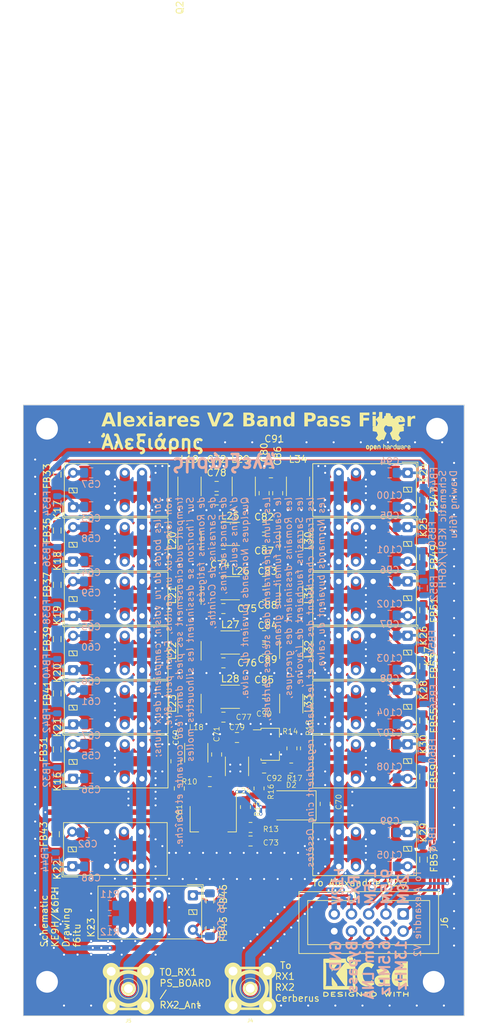
<source format=kicad_pcb>
(kicad_pcb (version 20221018) (generator pcbnew)
  (layers (0 "F.Cu" signal) (31 "B.Cu" signal) (34 "B.Paste" user) (35 "F.Paste" user) (36 "B.SilkS" user "B.Silkscreen") (37 "F.SilkS" user "F.Silkscreen") (38 "B.Mask" user) (39 "F.Mask" user) (44 "Edge.Cuts" user))
  (net 0 "")
  (net 1 "GND")
  (net 2 "+12V")
  (net 3 "Net-(C55-Pad1)")
  (net 4 "Net-(C56-Pad1)")
  (net 5 "Net-(C57-Pad1)")
  (net 6 "Net-(C58-Pad1)")
  (net 7 "Net-(C59-Pad1)")
  (net 8 "Net-(C60-Pad1)")
  (net 9 "Net-(C61-Pad1)")
  (net 10 "Net-(C62-Pad1)")
  (net 11 "Net-(C63-Pad1)")
  (net 12 "Net-(C64-Pad1)")
  (net 13 "Net-(C65-Pad1)")
  (net 14 "Net-(C66-Pad1)")
  (net 15 "Net-(C67-Pad1)")
  (net 16 "Net-(C68-Pad1)")
  (net 17 "Net-(C69-Pad1)")
  (net 18 "Net-(C69-Pad2)")
  (net 19 "Net-(C71-Pad1)")
  (net 20 "Net-(C72-Pad1)")
  (net 21 "Net-(Q2-D)")
  (net 22 "Net-(C74-Pad1)")
  (net 23 "Net-(C75-Pad1)")
  (net 24 "Net-(C76-Pad1)")
  (net 25 "Net-(C77-Pad1)")
  (net 26 "Net-(C78-Pad2)")
  (net 27 "Net-(C79-Pad1)")
  (net 28 "Net-(C82-Pad1)")
  (net 29 "Net-(C82-Pad2)")
  (net 30 "Net-(C83-Pad1)")
  (net 31 "Net-(C83-Pad2)")
  (net 32 "Net-(C84-Pad1)")
  (net 33 "Net-(C84-Pad2)")
  (net 34 "Net-(C85-Pad1)")
  (net 35 "Net-(C85-Pad2)")
  (net 36 "Net-(C86-Pad2)")
  (net 37 "Net-(C92-Pad1)")
  (net 38 "Net-(C92-Pad2)")
  (net 39 "Net-(C93-Pad1)")
  (net 40 "Net-(C94-Pad1)")
  (net 41 "Net-(C95-Pad1)")
  (net 42 "Net-(C96-Pad1)")
  (net 43 "Net-(C97-Pad1)")
  (net 44 "Net-(C98-Pad1)")
  (net 45 "Net-(C99-Pad1)")
  (net 46 "Net-(C100-Pad1)")
  (net 47 "Net-(C101-Pad1)")
  (net 48 "Net-(C102-Pad1)")
  (net 49 "Net-(C103-Pad1)")
  (net 50 "Net-(C104-Pad1)")
  (net 51 "Net-(C105-Pad1)")
  (net 52 "Net-(C106-Pad2)")
  (net 53 "Net-(C107-Pad1)")
  (net 54 "Net-(C108-Pad1)")
  (net 55 "Net-(D2-A)")
  (net 56 "Net-(J4-In)")
  (net 57 "Net-(J5-In)")
  (net 58 "Net-(K16-Pad5)")
  (net 59 "Net-(K17-Pad4)")
  (net 60 "Net-(K22-Pad4)")
  (net 61 "Net-(K24-Pad4)")
  (net 62 "Net-(K30-Pad4)")
  (net 63 "Net-(R13-Pad2)")
  (net 64 "Net-(R15-Pad2)")
  (net 65 "6mLNA_2")
  (net 66 "1.5HPF_2")
  (net 67 "6.5HPF_2")
  (net 68 "9.5HPF_2")
  (net 69 "13HPF_2")
  (net 70 "20HPF_2")
  (net 71 "HPF_ByPass_2")
  (net 72 "RX2_GND_2")
  (net 73 "Net-(K23-Pad5)")
  (footprint "Relay_THT:Relay_DPDT_Kemet_EC2" (layer "F.Cu") (at 95.66 78 -90)
    (fp_text reference "K30")
    (fp_text value "EC2-12NU")
  )
  (footprint "Relay_THT:Relay_DPDT_Kemet_EC2" (layer "F.Cu") (at 95.66 90.92 -90)
    (fp_text reference "K29")
    (fp_text value "EC2-12NU")
  )
  (footprint "Capacitor_SMD:C_0805_2012Metric_Pad1.18x1.45mm_HandSolder" (layer "F.Cu") (at 74.5 41 -90)
    (fp_text reference "C80")
    (fp_text value "390p")
  )
  (footprint "Capacitor_SMD:C_0805_2012Metric_Pad1.18x1.45mm_HandSolder" (layer "F.Cu") (at 68.5 50)
    (fp_text reference "C74")
    (fp_text value "1n")
  )
  (footprint "Inductor_SMD:L_1812_4532Metric_Pad1.30x3.40mm_HandSolder" (layer "F.Cu") (at 63.5 72 90)
    (fp_text reference "L23")
    (fp_text value "150n")
  )
  (footprint "Capacitor_SMD:C_0805_2012Metric_Pad1.18x1.45mm_HandSolder" (layer "F.Cu") (at 74.5 64)
    (fp_text reference "C89")
    (fp_text value "270p")
  )
  (footprint "Resistor_SMD:R_0805_2012Metric_Pad1.20x1.40mm_HandSolder" (layer "F.Cu") (at 80.6 78.6 -90)
    (fp_text reference "R18")
    (fp_text value "100R")
  )
  (footprint "Capacitor_SMD:C_0805_2012Metric_Pad1.18x1.45mm_HandSolder" (layer "F.Cu") (at 83.5 86.7875 90)
    (fp_text reference "C70")
    (fp_text value "100n")
  )
  (footprint "Inductor_SMD:L_0805_2012Metric" (layer "F.Cu") (at 44 38.25 -90)
    (fp_text reference "FB33")
    (fp_text value "Ferrite")
  )
  (footprint "Inductor_SMD:L_0805_2012Metric" (layer "F.Cu") (at 44 78.75 -90)
    (fp_text reference "FB31")
    (fp_text value "Ferrite")
  )
  (footprint "Relay_THT:Relay_DPDT_Kemet_EC2" (layer "F.Cu") (at 95.66 62 -90)
    (fp_text reference "K27")
    (fp_text value "EC2-12NU")
  )
  (footprint "Inductor_SMD:L_1812_4532Metric_Pad1.30x3.40mm_HandSolder" (layer "F.Cu") (at 69.5 55)
    (fp_text reference "L26")
    (fp_text value "1.8u")
  )
  (footprint "Inductor_SMD:L_1812_4532Metric_Pad1.30x3.40mm_HandSolder" (layer "F.Cu") (at 64.5 79.25 90)
    (fp_text reference "L18")
    (fp_text value "330n")
  )
  (footprint "SMA_PINS:SMA_PINS" (layer "F.Cu") (at 54.5 114)
    (fp_text reference "J5")
    (fp_text value "Conn_Coaxial" hide)
  )
  (footprint "Relay_THT:Relay_DPDT_Kemet_EC2" (layer "F.Cu") (at 46.34 59.08 90)
    (fp_text reference "K19")
    (fp_text value "EC2-12NU")
  )
  (footprint "Resistor_SMD:R_0805_2012Metric_Pad1.20x1.40mm_HandSolder" (layer "F.Cu") (at 73.75 84.5 90)
    (fp_text reference "R16")
    (fp_text value "62R")
  )
  (footprint "Relay_THT:Relay_DPDT_Kemet_EC2" (layer "F.Cu") (at 64 100.25 -90)
    (fp_text reference "K23")
    (fp_text value "EC2-12NU")
  )
  (footprint "Symbol:KiCad-Logo2_5mm_SilkScreen" (layer "F.Cu") (at 89.5 112.2)
    (fp_text reference "REF**" hide)
    (fp_text value "KiCad-Logo2_5mm_SilkScreen" hide)
  )
  (footprint "Relay_THT:Relay_DPDT_Kemet_EC2" (layer "F.Cu") (at 95.66 38 -90)
    (fp_text reference "K24")
    (fp_text value "EC2-12NU")
  )
  (footprint "Capacitor_SMD:C_0805_2012Metric_Pad1.18x1.45mm_HandSolder" (layer "F.Cu") (at 68.5 66)
    (fp_text reference "C76")
    (fp_text value "270p")
  )
  (footprint "Capacitor_SMD:C_0805_2012Metric_Pad1.18x1.45mm_HandSolder" (layer "F.Cu") (at 74.5 70 180)
    (fp_text reference "C85")
    (fp_text value "47p")
  )
  (footprint "MountingHole:MountingHole_3.2mm_M3_ISO14580_Pad" (layer "F.Cu") (at 99.5 113)
    (fp_text reference "H5" hide)
    (fp_text value "MountingHole_Pad")
  )
  (footprint "Inductor_SMD:L_0805_2012Metric" (layer "F.Cu") (at 98 95 -90)
    (fp_text reference "FB57")
    (fp_text value "Ferrite")
  )
  (footprint "Capacitor_SMD:C_0805_2012Metric_Pad1.18x1.45mm_HandSolder" (layer "F.Cu") (at 68.5 58)
    (fp_text reference "C75")
    (fp_text value "470p")
  )
  (footprint "Inductor_SMD:L_1812_4532Metric_Pad1.30x3.40mm_HandSolder" (layer "F.Cu") (at 69.5 47)
    (fp_text reference "L25")
    (fp_text value "2.7u")
  )
  (footprint "Capacitor_SMD:C_0805_2012Metric_Pad1.18x1.45mm_HandSolder" (layer "F.Cu") (at 67.5 79.5 -90)
    (fp_text reference "C71")
    (fp_text value "100p")
  )
  (footprint "Capacitor_SMD:C_0805_2012Metric_Pad1.18x1.45mm_HandSolder" (layer "F.Cu") (at 62 84.5 -90)
    (fp_text reference "C81")
    (fp_text value "100n")
  )
  (footprint "Inductor_SMD:L_0805_2012Metric" (layer "F.Cu") (at 98 58.25 -90)
    (fp_text reference "FB51")
    (fp_text value "Ferrite")
  )
  (footprint "MountingHole:MountingHole_3.2mm_M3_ISO14580_Pad" (layer "F.Cu") (at 100 31.5)
    (fp_text reference "H8" hide)
    (fp_text value "MountingHole_Pad")
  )
  (footprint "Inductor_SMD:L_1812_4532Metric_Pad1.30x3.40mm_HandSolder" (layer "F.Cu") (at 63.5 40 90)
    (fp_text reference "L19")
    (fp_text value "10u")
  )
  (footprint "Inductor_SMD:L_1812_4532Metric_Pad1.30x3.40mm_HandSolder" (layer "F.Cu") (at 63.5 56 90)
    (fp_text reference "L21")
    (fp_text value "680n")
  )
  (footprint "Relay_THT:Relay_DPDT_Kemet_EC2" (layer "F.Cu") (at 46.34 83.08 90)
    (fp_text reference "K16")
    (fp_text value "EC2-12NU")
  )
  (footprint "Resistor_SMD:R_0805_2012Metric_Pad1.20x1.40mm_HandSolder" (layer "F.Cu") (at 78.5 81.5 180)
    (fp_text reference "R17")
    (fp_text value "30R")
  )
  (footprint "Capacitor_SMD:C_0805_2012Metric_Pad1.18x1.45mm_HandSolder" (layer "F.Cu") (at 74.5 62 180)
    (fp_text reference "C84")
    (fp_text value "82p")
  )
  (footprint "Inductor_SMD:L_1812_4532Metric_Pad1.30x3.40mm_HandSolder" (layer "F.Cu") (at 69.5 71)
    (fp_text reference "L28")
    (fp_text value "680n")
  )
  (footprint "Inductor_SMD:L_1812_4532Metric_Pad1.30x3.40mm_HandSolder" (layer "F.Cu") (at 69.5 63)
    (fp_text reference "L27")
    (fp_text value "1u")
  )
  (footprint "Capacitor_SMD:C_0805_2012Metric_Pad1.18x1.45mm_HandSolder" (layer "F.Cu") (at 70.5 77 180)
    (fp_text reference "C79")
    (fp_text value "100p")
  )
  (footprint "Inductor_SMD:L_0805_2012Metric" (layer "F.Cu") (at 98 74.5 -90)
    (fp_text reference "FB55")
    (fp_text value "Ferrite")
  )
  (footprint "Inductor_SMD:L_1812_4532Metric_Pad1.30x3.40mm_HandSolder" (layer "F.Cu") (at 78.5 48 -90)
    (fp_text reference "L30")
    (fp_text value "1.8u")
  )
  (footprint "Inductor_SMD:L_1812_4532Metric_Pad1.30x3.40mm_HandSolder" (layer "F.Cu") (at 63.5 48 90)
    (fp_text reference "L20")
    (fp_text value "1.8u")
  )
  (footprint "MountingHole:MountingHole_3.2mm_M3_ISO14580_Pad" (layer "F.Cu") (at 42.5 31.5)
    (fp_text reference "H6" hide)
    (fp_text value "MountingHole_Pad")
  )
  (footprint "Capacitor_SMD:C_0805_2012Metric_Pad1.18x1.45mm_HandSolder" (layer "F.Cu") (at 68.5 74)
    (fp_text reference "C77")
    (fp_text value "220p")
  )
  (footprint "Inductor_SMD:L_1812_4532Metric_Pad1.30x3.40mm_HandSolder" (layer "F.Cu") (at 78.5 56 -90)
    (fp_text reference "L31")
    (fp_text value "680n")
  )
  (footprint "Capacitor_SMD:C_0805_2012Metric_Pad1.18x1.45mm_HandSolder" (layer "F.Cu") (at 75.5 38 180)
    (fp_text reference "C91")
    (fp_text value "470p")
  )
  (footprint "Inductor_SMD:L_0805_2012Metric" (layer "F.Cu") (at 44 54.5 -90)
    (fp_text reference "FB37")
    (fp_text value "Ferrite")
  )
  (footprint "MountingHole:MountingHole_3.2mm_M3_ISO14580_Pad" (layer "F.Cu") (at 42.5 113)
    (fp_text reference "H7" hide)
    (fp_text value "MountingHole_Pad")
  )
  (footprint "Inductor_SMD:L_1812_4532Metric_Pad1.30x3.40mm_HandSolder" (layer "F.Cu") (at 79.5 40 90)
    (fp_text reference "L34")
    (fp_text value "10u")
  )
  (footprint "Resistor_SMD:R_0805_2012Metric_Pad1.20x1.40mm_HandSolder" (layer "F.Cu") (at 66.5 83.5)
    (fp_text reference "R10")
    (fp_text value "10k")
  )
  (footprint "Inductor_SMD:L_1812_4532Metric_Pad1.30x3.40mm_HandSolder" (layer "F.Cu") (at 63.5 64.225 90)
    (fp_text reference "L22")
    (fp_text value "330n")
  )
  (footprint "Connector_IDC:IDC-Header_2x05_P2.54mm_Vertical" (layer "F.Cu") (at 95 103 -90)
    (fp_text reference "J6")
    (fp_text value "Conn_02x05_Odd_Even")
  )
  (footprint "SMA_PINS:SMA_PINS" (layer "F.Cu") (at 72.46 113.96)
    (fp_text reference "J4")
    (fp_text value "Conn_Coaxial" hide)
  )
  (footprint "Resistor_SMD:R_0805_2012Metric_Pad1.20x1.40mm_HandSolder" (layer "F.Cu") (at 78.6 78.6 90)
    (fp_text reference "R14")
    (fp_text value "100R")
  )
  (footprint "Symbol:OSHW-Logo2_7.3x6mm_SilkScreen" (layer "F.Cu") (at 92.8 32)
    (fp_text reference "REF**" hide)
    (fp_text value "OSHW-Logo2_7.3x6mm_SilkScreen" hide)
  )
  (footprint "Inductor_SMD:L_0805_2012Metric" (layer "F.Cu") (at 98 66.5 -90)
    (fp_text reference "FB53")
    (fp_text value "Ferrite")
  )
  (footprint "Capacitor_SMD:C_0805_2012Metric_Pad1.18x1.45mm_HandSolder" (layer "F.Cu") (at 74.5375 56)
    (fp_text reference "C88")
    (fp_text value "470p")
  )
  (footprint "Capacitor_SMD:C_0805_2012Metric_Pad1.18x1.45mm_HandSolder" (layer "F.Cu") (at 61.5 80.5 90)
    (fp_text reference "C69")
    (fp_text value "100p")
  )
  (footprint "Capacitor_SMD:C_0805_2012Metric_Pad1.18x1.45mm_HandSolder" (layer "F.Cu") (at 72.5 92.25 180)
    (fp_text reference "C73")
    (fp_text value "100n" hide)
  )
  (footprint "Inductor_SMD:L_1812_4532Metric_Pad1.30x3.40mm_HandSolder" (layer "F.Cu") (at 78.5 72 -90)
    (fp_text reference "L33")
    (fp_text value "150n")
  )
  (footprint "Resistor_SMD:R_0805_2012Metric_Pad1.20x1.40mm_HandSolder" (layer "F.Cu") (at 72.5 90.25)
    (fp_text reference "R13")
    (fp_text value "62R")
  )
  (footprint "Relay_THT:Relay_DPDT_Kemet_EC2" (layer "F.Cu") (at 95.66 70 -90)
    (fp_text reference "K28")
    (fp_text value "EC2-12NU")
  )
  (footprint "Capacitor_SMD:C_0805_2012Metric_Pad1.18x1.45mm_HandSolder" (layer "F.Cu") (at 74.5 81.5 180)
    (fp_text reference "C92")
    (fp_text value "100n")
  )
  (footprint "Inductor_SMD:L_1812_4532Metric_Pad1.30x3.40mm_HandSolder" (layer "F.Cu") (at 78.5 64 -90)
    (fp_text reference "L32")
    (fp_text value "330n")
  )
  (footprint "Inductor_SMD:L_0805_2012Metric" (layer "F.Cu") (at 44 46.5 -90)
    (fp_text reference "FB35")
    (fp_text value "Ferrite")
  )
  (footprint "Inductor_SMD:L_1812_4532Metric_Pad1.30x3.40mm_HandSolder" (layer "F.Cu") (at 70.5 81.25 -90)
    (fp_text reference "L24")
    (fp_text value "330n")
  )
  (footprint "Inductor_SMD:L_0805_2012Metric" (layer "F.Cu") (at 98 42 -90)
    (fp_text reference "FB47")
    (fp_text value "Ferrite")
  )
  (footprint "Inductor_SMD:L_0805_2012Metric" (layer "F.Cu") (at 98 50.4375 -90)
    (fp_text reference "FB49")
    (fp_text value "Ferrite")
  )
  (footprint "Inductor_SMD:L_0805_2012Metric" (layer "F.Cu") (at 98 82.75 -90)
    (fp_text reference "FB59")
    (fp_text value "Ferrite")
  )
  (footprint "Package_TO_SOT_SMD:SOT-223-3_TabPin2" (layer "F.Cu") (at 67 89 -90)
    (fp_text reference "Q2")
    (fp_text value "BSP250 /ZVP2106")
  )
  (footprint "Relay_THT:Relay_DPDT_Kemet_EC2" (layer "F.Cu") (at 46.34 67.08 90)
    (fp_text reference "K20")
    (fp_text value "EC2-12NU")
  )
  (footprint "Inductor_SMD:L_0805_2012Metric" (layer "F.Cu") (at 44 70.5 -90)
    (fp_text reference "FB41")
    (fp_text value "Ferrite")
  )
  (footprint "Inductor_SMD:L_1812_4532Metric_Pad1.30x3.40mm_HandSolder" (layer "F.Cu") (at 71.5 40 90)
    (fp_text reference "L29")
    (fp_text value "10u")
  )
  (footprint "Inductor_SMD:L_0805_2012Metric" (layer "F.Cu") (at 66.5 105.25 90)
    (fp_text reference "FB45")
    (fp_text value "Ferrite")
  )
  (footprint "Resistor_SMD:R_0805_2012Metric_Pad1.20x1.40mm_HandSolder" (layer "F.Cu") (at 71.75 87.25 90)
    (fp_text reference "R15")
    (fp_text value "62R")
  )
  (footprint "Diode_SMD:D_SMB" (layer "F.Cu") (at 78.5 87 180)
    (fp_text reference "D2")
    (fp_text value "SS36")
  )
  (footprint "Capacitor_SMD:C_0805_2012Metric_Pad1.18x1.45mm_HandSolder" (layer "F.Cu") (at 74.5 48)
    (fp_text reference "C87")
    (fp_text value "1n")
  )
  (footprint "Relay_THT:Relay_DPDT_Kemet_EC2" (layer "F.Cu") (at 95.66 54 -90)
    (fp_text reference "K26")
    (fp_text value "EC2-12NU")
  )
  (footprint "Capacitor_SMD:C_0805_2012Metric_Pad1.18x1.45mm_HandSolder" (layer "F.Cu") (at 67.5 40)
    (fp_text reference "C72")
    (fp_text value "470p")
  )
  (footprint "Relay_THT:Relay_DPDT_Kemet_EC2" (layer "F.Cu") (at 46.34 43.08 90)
    (fp_text reference "K17")
    (fp_text value "EC2-12NU")
  )
  (footprint "Relay_THT:Relay_DPDT_Kemet_EC2" (layer "F.Cu") (at 46.34 51.08 90)
    (fp_text reference "K18")
    (fp_text value "EC2-12NU")
  )
  (footprint "Relay_THT:Relay_DPDT_Kemet_EC2" (layer "F.Cu") (at 95.66 46 -90)
    (fp_text reference "K25")
    (fp_text value "EC2-12NU")
  )
  (footprint "Capacitor_SMD:C_0805_2012Metric_Pad1.18x1.45mm_HandSolder" (layer "F.Cu") (at 67.5 42)
    (fp_text reference "C78")
    (fp_text value "220p")
  )
  (footprint "Inductor_SMD:L_0805_2012Metric" (layer "F.Cu") (at 44 62.5 -90)
    (fp_text reference "FB39")
    (fp_text value "Ferrite")
  )
  (footprint "Relay_THT:Relay_DPDT_Kemet_EC2" (layer "F.Cu") (at 46.34 75.08 90)
    (fp_text reference "K21")
    (fp_text value "EC2-12NU")
  )
  (footprint "Inductor_SMD:L_0805_2012Metric" (layer "F.Cu") (at 66.5 101 90)
    (fp_text reference "FB46")
    (fp_text value "Ferrite")
  )
  (footprint "Capacitor_SMD:C_0805_2012Metric_Pad1.18x1.45mm_HandSolder" (layer "F.Cu") (at 76.5 41 90)
    (fp_text reference "C86")
    (fp_text value "220p")
  )
  (footprint "Capacitor_SMD:C_0805_2012Metric_Pad1.18x1.45mm_HandSolder" (layer "F.Cu") (at 74.5 72)
    (fp_text reference "C90")
    (fp_text value "220p")
  )
  (footprint "Relay_THT:Relay_DPDT_Kemet_EC2" (layer "F.Cu") (at 46.2225 95.9675 90)
    (fp_text reference "K22")
    (fp_text value "EC2-12NU")
  )
  (footprint "Inductor_SMD:L_0805_2012Metric" (layer "F.Cu") (at 43.75 91.25 -90)
    (fp_text reference "FB43")
    (fp_text value "Ferrite")
  )
  (footprint "Capacitor_SMD:C_0805_2012Metric_Pad1.18x1.45mm_HandSolder" (layer "F.Cu") (at 74.5 46 180)
    (fp_text reference "C82")
    (fp_text value "680p")
  )
  (footprint "Capacitor_SMD:C_0805_2012Metric_Pad1.18x1.45mm_HandSolder" (layer "F.Cu") (at 74.5 54 180)
    (fp_text reference "C83")
    (fp_text value "180p")
  )
  (footprint "Package_TO_SOT_SMD:SOT-89-3" (layer "F.Cu") (at 75.4 78)
    (fp_text reference "U2" hide)
    (fp_text value "PGA-103")
  )
  (footprint "Capacitor_SMD:C_0805_2012Metric_Pad1.18x1.45mm_HandSolder" (layer "B.Cu") (at 48.5 91)
    (fp_text reference "C62")
    (fp_text value "10n")
  )
  (footprint "Capacitor_SMD:C_0805_2012Metric_Pad1.18x1.45mm_HandSolder" (layer "B.Cu") (at 49 70)
    (fp_text reference "C61")
    (fp_text value "10n")
  )
  (footprint "Capacitor_SMD:C_0805_2012Metric_Pad1.18x1.45mm_HandSolder" (layer "B.Cu") (at 93 38 180)
    (fp_text reference "C94")
    (fp_text value "10n")
  )
  (footprint "Capacitor_SMD:C_0805_2012Metric_Pad1.18x1.45mm_HandSolder" (layer "B.Cu") (at 93 51 180)
    (fp_text reference "C101")
    (fp_text value "10n")
  )
  (footprint "Inductor_SMD:L_0805_2012Metric" (layer "B.Cu") (at 97.75 47 90)
    (fp_text reference "FB50")
    (fp_text value "Ferrite")
  )
  (footprint "Inductor_SMD:L_0805_2012Metric" (layer "B.Cu") (at 97.75 63 90)
    (fp_text reference "FB54")
    (fp_text value "Ferrite")
  )
  (footprint "Capacitor_SMD:C_0805_2012Metric_Pad1.18x1.45mm_HandSolder" (layer "B.Cu") (at 49 83)
    (fp_text reference "C56")
    (fp_text value "10n")
  )
  (footprint "Inductor_SMD:L_0805_2012Metric" (layer "B.Cu") (at 44 58.5 -90)
    (fp_text reference "FB38")
    (fp_text value "Ferrite")
  )
  (footprint "Capacitor_SMD:C_0805_2012Metric_Pad1.18x1.45mm_HandSolder" (layer "B.Cu") (at 93 75 180)
    (fp_text reference "C104")
    (fp_text value "10n")
  )
  (footprint "Capacitor_SMD:C_0805_2012Metric_Pad1.18x1.45mm_HandSolder" (layer "B.Cu") (at 49 78)
    (fp_text reference "C55")
    (fp_text value "10n")
  )
  (footprint "Inductor_SMD:L_0805_2012Metric" (layer "B.Cu") (at 43.75 95 -90)
    (fp_text reference "FB44")
    (fp_text value "Ferrite")
  )
  (footprint "Capacitor_SMD:C_0805_2012Metric_Pad1.18x1.45mm_HandSolder" (layer "B.Cu") (at 93 62 180)
    (fp_text reference "C97")
    (fp_text value "10n")
  )
  (footprint "Inductor_SMD:L_0805_2012Metric" (layer "B.Cu") (at 44 74.5 -90)
    (fp_text reference "FB42")
    (fp_text value "Ferrite")
  )
  (footprint "Capacitor_SMD:C_0805_2012Metric_Pad1.18x1.45mm_HandSolder" (layer "B.Cu") (at 49 51)
    (fp_text reference "C64")
    (fp_text value "10n")
  )
  (footprint "Inductor_SMD:L_0805_2012Metric" (layer "B.Cu") (at 44 66.5 -90)
    (fp_text reference "FB40")
    (fp_text value "Ferrite")
  )
  (footprint "Capacitor_SMD:C_0805_2012Metric_Pad1.18x1.45mm_HandSolder" (layer "B.Cu") (at 49 62)
    (fp_text reference "C60")
    (fp_text value "10n")
  )
  (footprint "Inductor_SMD:L_0805_2012Metric" (layer "B.Cu") (at 44 42.5 90)
    (fp_text reference "FB34")
    (fp_text value "Ferrite")
  )
  (footprint "Capacitor_SMD:C_0805_2012Metric_Pad1.18x1.45mm_HandSolder" (layer "B.Cu") (at 49 46)
    (fp_text reference "C58")
    (fp_text value "10n")
  )
  (footprint "Capacitor_SMD:C_0805_2012Metric_Pad1.18x1.45mm_HandSolder" (layer "B.Cu") (at 93 59 180)
    (fp_text reference "C102")
    (fp_text value "10n")
  )
  (footprint "Inductor_SMD:L_0805_2012Metric" (layer "B.Cu") (at 98 55 90)
    (fp_text reference "FB52")
    (fp_text value "Ferrite")
  )
  (footprint "Inductor_SMD:L_0805_2012Metric" (layer "B.Cu") (at 98 39 90)
    (fp_text reference "FB48")
    (fp_text value "Ferrite")
  )
  (footprint "Capacitor_SMD:C_0805_2012Metric_Pad1.18x1.45mm_HandSolder" (layer "B.Cu") (at 93 67 180)
    (fp_text reference "C103")
    (fp_text value "10n")
  )
  (footprint "Inductor_SMD:L_0805_2012Metric" (layer "B.Cu") (at 97.75 92 90)
    (fp_text reference "FB58")
    (fp_text value "Ferrite")
  )
  (footprint "Capacitor_SMD:C_0805_2012Metric_Pad1.18x1.45mm_HandSolder" (layer "B.Cu") (at 93 54 180)
    (fp_text reference "C96")
    (fp_text value "10n")
  )
  (footprint "Capacitor_SMD:C_0805_2012Metric_Pad1.18x1.45mm_HandSolder" (layer "B.Cu") (at 66.5 101 90)
    (fp_text reference "C106")
    (fp_text value "10n")
  )
  (footprint "Capacitor_SMD:C_0805_2012Metric_Pad1.18x1.45mm_HandSolder" (layer "B.Cu") (at 49 96)
    (fp_text reference "C68")
    (fp_text value "10n")
  )
  (footprint "Capacitor_SMD:C_0805_2012Metric_Pad1.18x1.45mm_HandSolder" (layer "B.Cu") (at 66.5 105.25 90)
    (fp_text reference "C93")
    (fp_text value "10n")
  )
  (footprint "Capacitor_SMD:C_0805_2012Metric_Pad1.18x1.45mm_HandSolder" (layer "B.Cu") (at 49 59)
    (fp_text reference "C65")
    (fp_text value "10n")
  )
  (footprint "Capacitor_SMD:C_0805_2012Metric_Pad1.18x1.45mm_HandSolder" (layer "B.Cu") (at 49 54)
    (fp_text reference "C59")
    (fp_text value "10n")
  )
  (footprint "Capacitor_SMD:C_0805_2012Metric_Pad1.18x1.45mm_HandSolder" (layer "B.Cu") (at 93 83 180)
    (fp_text reference "C108")
    (fp_text value "10n")
  )
  (footprint "Capacitor_SMD:C_0805_2012Metric_Pad1.18x1.45mm_HandSolder" (layer "B.Cu") (at 49 38)
    (fp_text reference "C57")
    (fp_text value "10n")
  )
  (footprint "Inductor_SMD:L_0805_2012Metric" (layer "B.Cu") (at 44 50 -90)
    (fp_text reference "FB36")
    (fp_text value "Ferrite")
  )
  (footprint "Capacitor_SMD:C_0805_2012Metric_Pad1.18x1.45mm_HandSolder" (layer "B.Cu") (at 49 75)
    (fp_text reference "C67")
    (fp_text value "10n")
  )
  (footprint "Capacitor_SMD:C_0805_2012Metric_Pad1.18x1.45mm_HandSolder" (layer "B.Cu") (at 93 43 180)
    (fp_text reference "C100")
    (fp_text value "10n")
  )
  (footprint "Capacitor_SMD:C_0805_2012Metric_Pad1.18x1.45mm_HandSolder" (layer "B.Cu") (at 49 67)
    (fp_text reference "C66")
    (fp_text value "10n")
  )
  (footprint "Capacitor_SMD:C_0805_2012Metric_Pad1.18x1.45mm_HandSolder" (layer "B.Cu") (at 93 78 180)
    (fp_text reference "C107")
    (fp_text value "10n")
  )
  (footprint "Resistor_SMD:R_0805_2012Metric_Pad1.20x1.40mm_HandSolder" (layer "B.Cu") (at 51.75 104)
    (fp_text reference "R12")
    (fp_text value "100R")
  )
  (footprint "Inductor_SMD:L_0805_2012Metric" (layer "B.Cu") (at 98 71 90)
    (fp_text reference "FB56")
    (fp_text value "Ferrite")
  )
  (footprint "Capacitor_SMD:C_0805_2012Metric_Pad1.18x1.45mm_HandSolder" (layer "B.Cu") (at 93 96 180)
    (fp_text reference "C105")
    (fp_text value "10n")
  )
  (footprint "Inductor_SMD:L_0805_2012Metric" (layer "B.Cu") (at 44 82.5 -90)
    (fp_text reference "FB32")
    (fp_text value "Ferrite")
  )
  (footprint "Capacitor_SMD:C_0805_2012Metric_Pad1.18x1.45mm_HandSolder" (layer "B.Cu") (at 93 46 180)
    (fp_text reference "C95")
    (fp_text value "10n")
  )
  (footprint "Capacitor_SMD:C_0805_2012Metric_Pad1.18x1.45mm_HandSolder" (layer "B.Cu") (at 93.0375 91 180)
    (fp_text reference "C99")
    (fp_text value "10n")
  )
  (footprint "Capacitor_SMD:C_0805_2012Metric_Pad1.18x1.45mm_HandSolder" (layer "B.Cu") (at 49 43)
    (fp_text reference "C63")
    (fp_text value "10n")
  )
  (footprint "Capacitor_SMD:C_0805_2012Metric_Pad1.18x1.45mm_HandSolder" (layer "B.Cu") (at 93 70 180)
    (fp_text reference "C98")
    (fp_text value "10n")
  )
  (footprint "Resistor_SMD:R_0805_2012Metric_Pad1.20x1.40mm_HandSolder" (layer "B.Cu") (at 51.75 101.75 180)
    (fp_text reference "R11")
    (fp_text value "100R")
  )
  (footprint "Inductor_SMD:L_0805_2012Metric" (layer "B.Cu") (at 97.75 79 90)
    (fp_text reference "FB60")
    (fp_text value "Ferrite")
  )
  (gr_line (start 39 28) (end 104 28) (stroke (width 0.1)) (layer "Edge.Cuts"))
  (gr_line (start 104 118) (end 39 118) (stroke (width 0.1)) (layer "Edge.Cuts"))
  (gr_line (start 104 28) (end 104 118) (stroke (width 0.1)) (layer "Edge.Cuts"))
  (gr_line (start 39 118) (end 39 28) (stroke (width 0.1)) (layer "Edge.Cuts"))
  (gr_text "Schematic KE9H/K6PH\nDrawing f6itu" (at 103 37.5 90) (layer "B.SilkS") (effects (font (size 1 1)) (justify left bottom mirror)))
  (gr_text "+12V\nRX2\n1.5M\n9.5M\n20M\n" (at 95.9 101.8 90) (layer "B.SilkS") (effects (font (size 1.5 1.5) (thickness 0.3) bold) (justify right bottom mirror)))
  (gr_text " Ἀλεξιάρης " (at 78 37.5) (layer "B.SilkS") (effects (font (size 2 2) (thickness 0.4) bold) (justify left bottom mirror)))
  (gr_text "To Alexandrie V2" (at 97.7 96.5 90) (layer "B.SilkS") (effects (font (size 1 1)) (justify left bottom mirror)))
  (gr_text "Sur les bords du ru voisin, campaient deux Huns; \nnon loin d'eux un Gaulois, Eduen peut-être, \ntrempait audacieusement ses pieds dans l'eau courante et fraîche. \nSur l'horizon se dessinaient les silhouettes molles \nde Romains fatigués, \nde Sarrasins de Corinthe, \nde Francs anciens, \nd'Alains seuls. \nQuelques Normands buvaient du calva.\n\nLes Huns préparaient des stèques tartares, \nle Gaulois fumait une gitane, \nles Romains dessinaient des grecques, \nles Sarrasins fauchaient de l'avoine, \nles Francs cherchaient des sols et les Alains regardaient cinq Ossètes. \nLes Normands buvaient du calva.\n" (at 83.5 41.4 90) (layer "B.SilkS") (effects (font (size 1 1) (thickness 0.15) italic) (justify left bottom mirror)))
  (gr_text "GND\nBypass\n6m LNA\n6.5MHz\n13MHz\n\n" (at 98 106.7 90) (layer "B.SilkS") (effects (font (size 1.5 1.5) (thickness 0.3) bold) (justify left bottom mirror)))
  (gr_text "To Alexandrie V2" (at 81.5 99) (layer "F.SilkS") (effects (font (size 1 1)) (justify left bottom)))
  (gr_text "Schematic \nKE9H/K6PH\nDrawing \nf6itu" (at 47.5 108 90) (layer "F.SilkS") (effects (font (size 1 1)) (justify left bottom)))
  (gr_text "TO_RX1\nPS_BOARD\n/\nRX2_Ant\n" (at 59 117) (layer "F.SilkS") (effects (font (size 1 1)) (justify left bottom)))
  (gr_text " Ἀλεξιάρης " (at 58 33.5) (layer "F.SilkS") (effects (font (size 2 2) (thickness 0.4) bold)))
  (gr_text "Alexiares V2 Band Pass Filter" (at 50.5 31.5) (layer "F.SilkS") (effects (font (size 2 2)) (justify left bottom)))
  (gr_text " To \nRX1\nRX2\nCerberus" (at 76 116) (layer "F.SilkS") (effects (font (size 1 1)) (justify left bottom)))
  (via (at 76 51.5) (size 0.5) (drill 0.3) (layers "F.Cu" "B.Cu") (net 1))
  (via (at 67.5 94) (size 0.5) (drill 0.3) (layers "F.Cu" "B.Cu") (net 1))
  (via (at 43.5 108) (size 0.5) (drill 0.3) (layers "F.Cu" "B.Cu") (net 1))
  (via (at 58.5 63) (size 0.5) (drill 0.3) (layers "F.Cu" "B.Cu") (net 1))
  (via (at 66 51.5) (size 0.5) (drill 0.3) (layers "F.Cu" "B.Cu") (net 1))
  (via (at 58.5 37) (size 0.5) (drill 0.3) (layers "F.Cu" "B.Cu") (net 1))
  (via (at 61.5 76.5) (size 0.5) (drill 0.3) (layers "F.Cu" "B.Cu") (net 1))
  (via (at 100.75 33.5) (size 0.5) (drill 0.3) (layers "F.Cu" "B.Cu") (net 1))
  (via (at 59.5 82) (size 0.5) (drill 0.3) (layers "F.Cu" "B.Cu") (net 1))
  (via (at 72.75 33.5) (size 0.5) (drill 0.3) (layers "F.Cu" "B.Cu") (net 1))
  (via (at 54.5 85) (size 0.5) (drill 0.3) (layers "F.Cu" "B.Cu") (net 1))
  (via (at 42.5 107) (size 0.5) (drill 0.3) (layers "F.Cu" "B.Cu") (net 1))
  (via (at 83.5 67) (size 0.5) (drill 0.3) (layers "F.Cu" "B.Cu") (net 1))
  (via (at 62 59.5) (size 0.5) (drill 0.3) (layers "F.Cu" "B.Cu") (net 1))
  (via (at 83.5 74) (size 0.5) (drill 0.3) (layers "F.Cu" "B.Cu") (net 1))
  (via (at 82 51.5) (size 0.5) (drill 0.3) (layers "F.Cu" "B.Cu") (net 1))
  (via (at 69.5 82) (size 0.5) (drill 0.3) (layers "F.Cu" "B.Cu") (net 1))
  (via (at 88.75 33.5) (size 0.5) (drill 0.3) (layers "F.Cu" "B.Cu") (net 1))
  (via (at 60.5 74) (size 0.5) (drill 0.3) (layers "F.Cu" "B.Cu") (net 1))
  (via (at 58.5 43) (size 0.5) (drill 0.3) (layers "F.Cu" "B.Cu") (net 1))
  (via (at 58 43.5) (size 0.5) (drill 0.3) (layers "F.Cu" "B.Cu") (net 1))
  (via (at 60.5 42) (size 0.5) (drill 0.3) (layers "F.Cu" "B.Cu") (net 1))
  (via (at 77.5 106) (size 0.5) (drill 0.3) (layers "F.Cu" "B.Cu") (net 1))
  (via (at 83.5 47) (size 0.5) (drill 0.3) (layers "F.Cu" "B.Cu") (net 1))
  (via (at 40.75 61.44) (size 0.5) (drill 0.3) (layers "F.Cu" "B.Cu") (net 1))
  (via (at 89.5 73) (size 0.5) (drill 0.3) (layers "F.Cu" "B.Cu") (net 1))
  (via (at 40.75 79.22) (size 0.5) (drill 0.3) (layers "F.Cu" "B.Cu") (net 1))
  (via (at 74.5 109) (size 0.5) (drill 0.3) (layers "F.Cu" "B.Cu") (net 1))
  (via (at 102.5 94.96) (size 0.5) (drill 0.3) (layers "F.Cu" "B.Cu") (net 1))
  (via (at 48.75 33.5) (size 0.5) (drill 0.3) (layers "F.Cu" "B.Cu") (net 1))
  (via (at 58.5 67) (size 0.5) (drill 0.3) (layers "F.Cu" "B.Cu") (net 1))
  (via (at 40.75 71.6) (size 0.5) (drill 0.3) (layers "F.Cu" "B.Cu") (net 1))
  (via (at 49 105) (size 0.5) (drill 0.3) (layers "F.Cu" "B.Cu") (net 1))
  (via (at 72 59.5) (size 0.5) (drill 0.3) (layers "F.Cu" "B.Cu") (net 1))
  (via (at 83 76.5) (size 0.5) (drill 0.3) (layers "F.Cu" "B.Cu") (net 1))
  (via (at 64.5 97.8505) (size 0.5) (drill 0.3) (layers "F.Cu" "B.Cu") (net 1))
  (via (at 71 81) (size 0.5) (drill 0.3) (layers "F.Cu" "B.Cu") (net 1))
  (via (at 61.5 94) (size 0.5) (drill 0.3) (layers "F.Cu" "B.Cu") (net 1))
  (via (at 89.5 42) (size 0.5) (drill 0.3) (layers "F.Cu" "B.Cu") (net 1))
  (via (at 102.5 92.42) (size 0.5) (drill 0.3) (layers "F.Cu" "B.Cu") (net 1))
  (via (at 80.5 103) (size 0.5) (drill 0.3) (layers "F.Cu" "B.Cu") (net 1))
  (via (at 59.5 58) (size 0.5) (drill 0.3) (layers "F.Cu" "B.Cu") (net 1))
  (via (at 76 59.5) (size 0.5) (drill 0.3) (layers "F.Cu" "B.Cu") (net 1))
  (via (at 89.5 63) (size 0.5) (drill 0.3) (layers "F.Cu" "B.Cu") (net 1))
  (via (at 58.5 85) (size 0.5) (drill 0.3) (layers "F.Cu" "B.Cu") (net 1))
  (via (at 87.5 85) (size 0.5) (drill 0.3) (layers "F.Cu" "B.Cu") (net 1))
  (via (at 83.5 37) (size 0.5) (drill 0.3) (layers "F.Cu" "B.Cu") (net 1))
  (via (at 40.75 48.74) (size 0.5) (drill 0.3) (layers "F.Cu" "B.Cu") (net 1))
  (via (at 75.5 76.5) (size 0.5) (drill 0.3) (layers "F.Cu" "B.Cu") (net 1))
  (via (at 52.5 65) (size 0.5) (drill 0.3) (layers "F.Cu" "B.Cu") (net 1))
  (via (at 63.5 94) (size 0.5) (drill 0.3) (layers "F.Cu" "B.Cu") (net 1))
  (via (at 68 76.5) (size 0.5) (drill 0.3) (layers "F.Cu" "B.Cu") (net 1))
  (via (at 40.75 81.76) (size 0.5) (drill 0.3) (layers "F.Cu" "B.Cu") (net 1))
  (via (at 40.75 86.84) (size 0.5) (drill 0.3) (layers "F.Cu" "B.Cu") (net 1))
  (via (at 102.5 49.24) (size 0.5) (drill 0.3) (layers "F.Cu" "B.Cu") (net 1))
  (via (at 83.5 51) (size 0.5) (drill 0.3) (layers "F.Cu" "B.Cu") (net 1))
  (via (at 52.5 82) (size 0.5) (drill 0.3) (layers "F.Cu" "B.Cu") (net 1))
  (via (at 72.5 75) (size 0.5) (drill 0.3) (layers "F.Cu" "B.Cu") (net 1))
  (via (at 85 116.5) (size 0.5) (drill 0.3) (layers "F.Cu" "B.Cu") (net 1))
  (via (at 80 59.5) (size 0.5) (drill 0.3) (layers "F.Cu" "B.Cu") (net 1))
  (via (at 58.5 38) (size 0.5) (drill 0.3) (layers "F.Cu" "B.Cu") (net 1))
  (via (at 89.5 41) (size 0.5) (drill 0.3) (layers "F.Cu" "B.Cu") (net 1))
  (via (at 58.5 62) (size 0.5) (drill 0.3) (layers "F.Cu" "B.Cu") (net 1))
  (via (at 40.75 51.28) (size 0.5) (drill 0.3) (layers "F.Cu" "B.Cu") (net 1))
  (via (at 58.5 84) (size 0.5) (drill 0.3) (layers "F.Cu" "B.Cu") (net 1))
  (via (at 61.5 75) (size 0.5) (drill 0.3) (layers "F.Cu" "B.Cu") (net 1))
  (via (at 52.5 48) (size 0.5) (drill 0.3) (layers "F.Cu" "B.Cu") (net 1))
  (via (at 60.5 58) (size 0.5) (drill 0.3) (layers "F.Cu" "B.Cu") (net 1))
  (via (at 89.5 74) (size 0.5) (drill 0.3) (layers "F.Cu" "B.Cu") (net 1))
  (via (at 102.5 44.16) (size 0.5) (drill 0.3) (layers "F.Cu" "B.Cu") (net 1))
  (via (at 74.5 37) (size 0.5) (drill 0.3) (layers "F.Cu" "B.Cu") (net 1))
  (via (at 55.5 107) (size 0.5) (drill 0.3) (layers "F.Cu" "B.Cu") (net 1))
  (via (at 49 107) (size 0.5) (drill 0.3) (layers "F.Cu" "B.Cu") (net 1))
  (via (at 47 109) (size 0.5) (drill 0.3) (layers "F.Cu" "B.Cu") (net 1))
  (via (at 60 67.5) (size 0.5) (drill 0.3) (layers "F.Cu" "B.Cu") (net 1))
  (via (at 102.5 77.18) (size 0.5) (drill 0.3) (layers "F.Cu" "B.Cu") (net 1))
  (via (at 74 43.5) (size 0.5) (drill 0.3) (layers "F.Cu" "B.Cu") (net 1))
  (via (at 40.75 66.52) (size 0.5) (drill 0.3) (layers "F.Cu" "B.Cu") (net 1))
  (via (at 40.75 99.54) (size 0.5) (drill 0.3) (layers "F.Cu" "B.Cu") (net 1))
  (via (at 59.5 55) (size 0.5) (drill 0.3) (layers "F.Cu" "B.Cu") (net 1))
  (via (at 77.5 94) (size 0.5) (drill 0.3) (layers "F.Cu" "B.Cu") (net 1))
  (via (at 60.5 78) (size 0.5) (drill 0.3) (layers "F.Cu" "B.Cu") (net 1))
  (via (at 52.5 93) (size 0.5) (drill 0.3) (layers "F.Cu" "B.Cu") (net 1))
  (via (at 75.5 104) (size 0.5) (drill 0.3) (layers "F.Cu" "B.Cu") (net 1))
  (via (at 59.5 63) (size 0.5) (drill 0.3) (layers "F.Cu" "B.Cu") (net 1))
  (via (at 89.5 71) (size 0.5) (drill 0.3) (layers "F.Cu" "B.Cu") (net 1))
  (via (at 78 59.5) (size 0.5) (drill 0.3) (layers "F.Cu" "B.Cu") (net 1))
  (via (at 76.5 107) (size 0.5) (drill 0.3) (layers "F.Cu" "B.Cu") (net 1))
  (via (at 58.5 51) (size 0.5) (drill 0.3) (layers "F.Cu" "B.Cu") (net 1))
  (via (at 70 59.5) (size 0.5) (drill 0.3) (layers "F.Cu" "B.Cu") (net 1))
  (via (at 52.5 80) (size 0.5) (drill 0.3) (layers "F.Cu" "B.Cu") (net 1))
  (via (at 102.5 89.88) (size 0.5) (drill 0.3) (layers "F.Cu" "B.Cu") (net 1))
  (via (at 83.5 70) (size 0.5) (drill 0.3) (layers "F.Cu" "B.Cu") (net 1))
  (via (at 81 116.5) (size 0.5) (drill 0.3) (layers "F.Cu" "B.Cu") (net 1))
  (via (at 67 76.5) (size 0.5) (drill 0.3) (layers "F.Cu" "B.Cu") (net 1))
  (via (at 52.5 66) (size 0.5) (drill 0.3) (layers "F.Cu" "B.Cu") (net 1))
  (via (at 89.5 81) (size 0.5) (drill 0.3) (layers "F.Cu" "B.Cu") (net 1))
  (via (at 92.75 33.5) (size 0.5) (drill 0.3) (layers "F.Cu" "B.Cu") (net 1))
  (via (at 59.5 42) (size 0.5) (drill 0.3) (layers "F.Cu" "B.Cu") (net 1))
  (via (at 102.5 54.32) (size 0.5) (drill 0.3) (layers "F.Cu" "B.Cu") (net 1))
  (via (at 62 51.5) (size 0.5) (drill 0.3) (layers "F.Cu" "B.Cu") (net 1))
  (via (at 40.75 104.62) (size 0.5) (drill 0.3) (layers "F.Cu" "B.Cu") (net 1))
  (via (at 83.5 58) (size 0.5) (drill 0.3) (layers "F.Cu" "B.Cu") (net 1))
  (via (at 52.5 42) (size 0.5) (drill 0.3) (layers "F.Cu" "B.Cu") (net 1))
  (via (at 40.75 58.9) (size 0.5) (drill 0.3) (layers "F.Cu" "B.Cu") (net 1))
  (via (at 102.5 100.04) (size 0.5) (drill 0.3) (layers "F.Cu" "B.Cu") (net 1))
  (via (at 71.5 108) (size 0.5) (drill 0.3) (layers "F.Cu" "B.Cu") (net 1))
  (via (at 66 43.5) (size 0.5) (drill 0.3) (layers "F.Cu" "B.Cu") (net 1))
  (via (at 83.5 78) (size 0.5) (drill 0.3) (layers "F.Cu" "B.Cu") (net 1))
  (via (at 60.5 50) (size 0.5) (drill 0.3) (layers "F.Cu" "B.Cu") (net 1))
  (via (at 76.5 103) (size 0.5) (drill 0.3) (layers "F.Cu" "B.Cu") (net 1))
  (via (at 78 43.5) (size 0.5) (drill 0.3) (layers "F.Cu" "B.Cu") (net 1))
  (via (at 52.5 73) (size 0.5) (drill 0.3) (layers "F.Cu" "B.Cu") (net 1))
  (via (at 77 76.5) (size 0.5) (drill 0.3) (layers "F.Cu" "B.Cu") (net 1))
  (via (at 44 97.5) (size 0.5) (drill 0.3) (layers "F.Cu" "B.Cu") (net 1))
  (via (at 64 51.5) (size 0.5) (drill 0.3) (layers "F.Cu" "B.Cu") (net 1))
  (via (at 52.5 55) (size 0.5) (drill 0.3) (layers "F.Cu" "B.Cu") (net 1))
  (via (at 52.5 79) (size 0.5) (drill 0.3) (layers "F.Cu" "B.Cu") (net 1))
  (via (at 41.5 106) (size 0.5) (drill 0.3) (layers "F.Cu" "B.Cu") (net 1))
  (via (at 81.5 76.5) (size 0.5) (drill 0.3) (layers "F.Cu" "B.Cu") (net 1))
  (via (at 52.5 95) (size 0.5) (drill 0.3) (layers "F.Cu" "B.Cu") (net 1))
  (via (at 75.5 108) (size 0.5) (drill 0.3) (layers "F.Cu" "B.Cu") (net 1))
  (via (at 68 59.5) (size 0.5) (drill 0.3) (layers "F.Cu" "B.Cu") (net 1))
  (via (at 59.5 66) (size 0.5) (drill 0.3) (layers "F.Cu" "B.Cu") (net 1))
  (via (at 60 51.5) (size 0.5) (drill 0.3) (layers "F.Cu" "B.Cu") (net 1))
  (via (at 82.5 75) (size 0.5) (drill 0.3) (layers "F.Cu" "B.Cu") (net 1))
  (via (at 102.5 67.02) (size 0.5) (drill 0.3) (layers "F.Cu" "B.Cu") (net 1))
  (via (at 52.5 97.8) (size 0.5) (drill 0.3) (layers "F.Cu" "B.Cu") (net 1))
  (via (at 101 116.5) (size 0.5) (drill 0.3) (layers "F.Cu" "B.Cu") (net 1))
  (via (at 79.5 94) (size 0.5) (drill 0.3) (layers "F.Cu" "B.Cu") (net 1))
  (via (at 60.5 94) (size 0.5) (drill 0.3) (layers "F.Cu" "B.Cu") (net 1))
  (via (at 40.75 74.14) (size 0.5) (drill 0.3) (layers "F.Cu" "B.Cu") (net 1))
  (via (at 68 51.5) (size 0.5) (drill 0.3) (layers "F.Cu" "B.Cu") (net 1))
  (via (at 40.75 36.04) (size 0.5) (drill 0.3) (layers "F.Cu" "B.Cu") (net 1))
  (via (at 40.75 38.58) (size 0.5) (drill 0.3) (layers "F.Cu" "B.Cu") (net 1))
  (via (at 102.5 46.7) (size 0.5) (drill 0.3) (layers "F.Cu" "B.Cu") (net 1))
  (via (at 46 106) (size 0.5) (drill 0.3) (layers "F.Cu" "B.Cu") (net 1))
  (via (at 102.5 102.58) (size 0.5) (drill 0.3) (layers "F.Cu" "B.Cu") (net 1))
  (via (at 80.5 97.8505) (size 0.5) (drill 0.3) (layers "F.Cu" "B.Cu") (net 1))
  (via (at 76.5 97.8505) (size 0.5) (drill 0.3) (layers "F.Cu" "B.Cu") (net 1))
  (via (at 40.75 89.38) (size 0.5) (drill 0.3) (layers "F.Cu" "B.Cu") (net 1))
  (via (at 60.5 55) (size 0.5) (drill 0.3) (layers "F.Cu" "B.Cu") (net 1))
  (via (at 78.5 97.8505) (size 0.5) (drill 0.3) (layers "F.Cu" "B.Cu") (net 1))
  (via (at 40.75 41.12) (size 0.5) (drill 0.3) (layers "F.Cu" "B.Cu") (net 1))
  (via (at 84 43.5) (size 0.5) (drill 0.3) (layers "F.Cu" "B.Cu") (net 1))
  (via (at 58.5 50) (size 0.5) (drill 0.3) (layers "F.Cu" "B.Cu") (net 1))
  (via (at 40.75 69.06) (size 0.5) (drill 0.3) (layers "F.Cu" "B.Cu") (net 1))
  (via (at 58.5 54) (size 0.5) (drill 0.3) (layers "F.Cu" "B.Cu") (net 1))
  (via (at 74.5 97.8505) (size 0.5) (drill 0.3) (layers "F.Cu" "B.Cu") (net 1))
  (via (at 74 59.5) (size 0.5) (drill 0.3) (layers "F.Cu" "B.Cu") (net 1))
  (via (at 70 67.5) (size 0.5) (drill 0.3) (layers "F.Cu" "B.Cu") (net 1))
  (via (at 58.5 82) (size 0.5) (drill 0.3) (layers "F.Cu" "B.Cu") (net 1))
  (via (at 87.5 87) (size 0.5) (drill 0.3) (layers "F.Cu" "B.Cu") (net 1))
  (via (at 49 116.5) (size 0.5) (drill 0.3) (layers "F.Cu" "B.Cu") (net 1))
  (via (at 102.5 107.66) (size 0.5) (drill 0.3) (layers "F.Cu" "B.Cu") (net 1))
  (via (at 52.5 72) (size 0.5) (drill 0.3) (layers "F.Cu" "B.Cu") (net 1))
  (via (at 40.75 94.46) (size 0.5) (drill 0.3) (layers "F.Cu" "B.Cu") (net 1))
  (via (at 40.75 53.82) (size 0.5) (drill 0.3) (layers "F.Cu" "B.Cu") (net 1))
  (via (at 58.5 66) (size 0.5) (drill 0.3) (layers "F.Cu" "B.Cu") (net 1))
  (via (at 89.5 94) (size 0.5) (drill 0.3) (layers "F.Cu" "B.Cu") (net 1))
  (via (at 70.5 97.8505) (size 0.5) (drill 0.3) (layers "F.Cu" "B.Cu") (net 1))
  (via (at 89.5 93) (size 0.5) (drill 0.3) (layers "F.Cu" "B.Cu") (net 1))
  (via (at 80 51.5) (size 0.5) (drill 0.3) (layers "F.Cu" "B.Cu") (net 1))
  (via (at 75.5 75) (size 0.5) (drill 0.3) (layers "F.Cu" "B.Cu") (net 1))
  (via (at 52.5 81) (size 0.5) (drill 0.3) (layers "F.Cu" "B.Cu") (net 1))
  (via (at 64 67.5) (size 0.5) (drill 0.3) (layers "F.Cu" "B.Cu") (net 1))
  (via (at 102.5 36.54) (size 0.5) (drill 0.3) (layers "F.Cu" "B.Cu") (net 1))
  (via (at 58.5 86) (size 0.5) (drill 0.3) (layers "F.Cu" "B.Cu") (net 1))
  (via (at 64.5 75) (size 0.5) (drill 0.3) (layers "F.Cu" "B.Cu") (net 1))
  (via (at 54.5 87) (size 0.5) (drill 0.3) (layers "F.Cu" "B.Cu") (net 1))
  (via (at 59.5 93) (size 0.5) (drill 0.3) (layers "F.Cu" "B.Cu") (net 1))
  (via (at 56.75 33.5) (size 0.5) (drill 0.3) (layers "F.Cu" "B.Cu") (net 1))
  (via (at 84.75 33.5) (size 0.5) (drill 0.3) (layers "F.Cu" "B.Cu") (net 1))
  (via (at 84 59.5) (size 0.5) (drill 0.3) (layers "F.Cu" "B.Cu") (net 1))
  (via (at 68.75 33.5) (size 0.5) (drill 0.3) (layers "F.Cu" "B.Cu") (net 1))
  (via (at 89.5 50) (size 0.5) (drill 0.3) (layers "F.Cu" "B.Cu") (net 1))
  (via (at 66 59.5) (size 0.5) (drill 0.3) (layers "F.Cu" "B.Cu") (net 1))
  (via (at 52.5 71) (size 0.5) (drill 0.3) (layers "F.Cu" "B.Cu") (net 1))
  (via (at 51.5 107) (size 0.5) (drill 0.3) (layers "F.Cu" "B.Cu") (net 1))
  (via (at 102.5 79.72) (size 0.5) (drill 0.3) (layers "F.Cu" "B.Cu") (net 1))
  (via (at 69.5 75) (size 0.5) (drill 0.3) (layers "F.Cu" "B.Cu") (net 1))
  (via (at 52.5 50) (size 0.5) (drill 0.3) (layers "F.Cu" "B.Cu") (net 1))
  (via (at 58.5 92) (size 0.5) (drill 0.3) (layers "F.Cu" "B.Cu") (net 1))
  (via (at 76 67.5) (size 0.5) (drill 0.3) (layers "F.Cu" "B.Cu") (net 1))
  (via (at 52.5 58) (size 0.5) (drill 0.3) (layers "F.Cu" "B.Cu") (net 1))
  (via (at 102.5 59.4) (size 0.5) (drill 0.3) (layers "F.Cu" "B.Cu") (net 1))
  (via (at 82 43.5) (size 0.5) (drill 0.3) (layers "F.Cu" "B.Cu") (net 1))
  (via (at 77.5 102) (size 0.5) (drill 0.3) (layers "F.Cu" "B.Cu") (net 1))
  (via (at 77 79.5) (size 0.5) (drill 0.3) (layers "F.Cu" "B.Cu") (net 1))
  (via (at 70 43.5) (size 0.5) (drill 0.3) (layers "F.Cu" "B.Cu") (net 1))
  (via (at 58.5 55) (size 0.5) (drill 0.3) (layers "F.Cu" "B.Cu") (net 1))
  (via (at 89.5 47) (size 0.5) (drill 0.3) (layers "F.Cu" "B.Cu") (net 1))
  (via (at 93 116.5) (size 0.5) (drill 0.3) (layers "F.Cu" "B.Cu") (net 1))
  (via (at 73.5 94) (size 0.5) (drill 0.3) (layers "F.Cu" "B.Cu") (net 1))
  (via (at 58.5 42) (size 0.5) (drill 0.3) (layers "F.Cu" "B.Cu") (net 1))
  (via (at 54.5 86) (size 0.5) (drill 0.3) (layers "F.Cu" "B.Cu") (net 1))
  (via (at 83.5 38) (size 0.5) (drill 0.3) (layers "F.Cu" "B.Cu") (net 1))
  (via (at 45 116.5) (size 0.5) (drill 0.3) (layers "F.Cu" "B.Cu") (net 1))
  (via (at 69.5 81) (size 0.5) (drill 0.3) (layers "F.Cu" "B.Cu") (net 1))
  (via (at 77 116.5) (size 0.5) (drill 0.3) (layers "F.Cu" "B.Cu") (net 1))
  (via (at 72 51.5) (size 0.5) (drill 0.3) (layers "F.Cu" "B.Cu") (net 1))
  (via (at 89.5 95) (size 0.5) (drill 0.3) (layers "F.Cu" "B.Cu") (net 1))
  (via (at 59.5 50) (size 0.5) (drill 0.3) (layers "F.Cu" "B.Cu") (net 1))
  (via (at 82.5 92) (size 0.5) (drill 0.3) (layers "F.Cu" "B.Cu") (net 1))
  (via (at 40.75 102.08) (size 0.5) (drill 0.3) (layers "F.Cu" "B.Cu") (net 1))
  (via (at 89.5 65) (size 0.5) (drill 0.3) (layers "F.Cu" "B.Cu") (net 1))
  (via (at 89.5 56) (size 0.5) (drill 0.3) (layers "F.Cu" "B.Cu") (net 1))
  (via (at 102.5 51.78) (size 0.5) (drill 0.3) (layers "F.Cu" "B.Cu") (net 1))
  (via (at 40.75 63.98) (size 0.5) (drill 0.3) (layers "F.Cu" "B.Cu") (net 1))
  (via (at 52.5 56) (size 0.5) (drill 0.3) (layers "F.Cu" "B.Cu") (net 1))
  (via (at 60.5 97.8) (size 0.5) (drill 0.3) (layers "F.Cu" "B.Cu") (net 1))
  (via (at 52.5 41) (size 0.5) (drill 0.3) (layers "F.Cu" "B.Cu") (net 1))
  (via (at 60.75 33.5) (size 0.5) (drill 0.3) (layers "F.Cu" "B.Cu") (net 1))
  (via (at 52.75 33.5) (size 0.5) (drill 0.3) (layers "F.Cu" "B.Cu") (net 1))
  (via (at 68.5 37) (size 0.5) (drill 0.3) (layers "F.Cu" "B.Cu") (net 1))
  (via (at 102.5 69.56) (size 0.5) (drill 0.3) (layers "F.Cu" "B.Cu") (net 1))
  (via (at 84 51.5) (size 0.5) (drill 0.3) (layers "F.Cu" "B.Cu") (net 1))
  (via (at 40.75 56.36) (size 0.5) (drill 0.3) (layers "F.Cu" "B.Cu") (net 1))
  (via (at 79.5 104) (size 0.5) (drill 0.3) (layers "F.Cu" "B.Cu") (net 1))
  (via (at 84 67.5) (size 0.5) (drill 0.3) (layers "F.Cu" "B.Cu") (net 1))
  (via (at 59.5 71) (size 0.5) (drill 0.3) (layers "F.Cu" "B.Cu") (net 1))
  (via (at 58.5 46) (size 0.5) (drill 0.3) (layers "F.Cu" "B.Cu") (net 1))
  (via (at 60.5 63) (size 0.5) (drill 0.3) (layers "F.Cu" "B.Cu") (net 1))
  (via (at 59.5 46) (size 0.5) (drill 0.3) (layers "F.Cu" "B.Cu") (net 1))
  (via (at 59.5 37) (size 0.5) (drill 0.3) (layers "F.Cu" "B.Cu") (net 1))
  (via (at 49 102.5) (size 0.5) (drill 0.3) (layers "F.Cu" "B.Cu") (net 1))
  (via (at 63 75) (size 0.5) (drill 0.3) (layers "F.Cu" "B.Cu") (net 1))
  (via (at 51.5 109) (size 0.5) (drill 0.3) (layers "F.Cu" "B.Cu") (net 1))
  (via (at 86.5 97) (size 0.5) (drill 0.3) (layers "F.Cu" "B.Cu") (net 1))
  (via (at 40.75 43.66) (size 0.5) (drill 0.3) (layers "F.Cu" "B.Cu") (net 1))
  (via (at 52.5 64) (size 0.5) (drill 0.3) (layers "F.Cu" "B.Cu") (net 1))
  (via (at 81 75) (size 0.5) (drill 0.3) (layers "F.Cu" "B.Cu") (net 1))
  (via (at 74.5 105) (size 0.5) (drill 0.3) (layers "F.Cu" "B.Cu") (net 1))
  (via (at 78 67.5) (size 0.5) (drill 0.3) (layers "F.Cu" "B.Cu") (net 1))
  (via (at 58.5 87) (size 0.5) (drill 0.3) (layers "F.Cu" "B.Cu") (net 1))
  (via (at 49 109) (size 0.5) (drill 0.3) (layers "F.Cu" "B.Cu") (net 1))
  (via (at 80 67.5) (size 0.5) (drill 0.3) (layers "F.Cu" "B.Cu") (net 1))
  (via (at 72.5 107) (size 0.5) (drill 0.3) (layers "F.Cu" "B.Cu") (net 1))
  (via (at 58.5 96) (size 0.5) (drill 0.3) (layers "F.Cu" "B.Cu") (net 1))
  (via (at 72.5 97.8505) (size 0.5) (drill 0.3) (layers "F.Cu" "B.Cu") (net 1))
  (via (at 62 67.5) (size 0.5) (drill 0.3) (layers "F.Cu" "B.Cu") (net 1))
  (via (at 52.5 47) (size 0.5) (drill 0.3) (layers "F.Cu" "B.Cu") (net 1))
  (via (at 60.5 100) (size 0.5) (drill 0.3) (layers "F.Cu" "B.Cu") (net 1))
  (via (at 52.5 57) (size 0.5) (drill 0.3) (layers "F.Cu" "B.Cu") (net 1))
  (via (at 58.5 70) (size 0.5) (drill 0.3) (layers "F.Cu" "B.Cu") (net 1))
  (via (at 40.75 46.2) (size 0.5) (drill 0.3) (layers "F.Cu" "B.Cu") (net 1))
  (via (at 102.5 82.26) (size 0.5) (drill 0.3) (layers "F.Cu" "B.Cu") (net 1))
  (via (at 71 75) (size 0.5) (drill 0.3) (layers "F.Cu" "B.Cu") (net 1))
  (via (at 102.5 105.12) (size 0.5) (drill 0.3) (layers "F.Cu" "B.Cu") (net 1))
  (via (at 65.5 94) (size 0.5) (drill 0.3) (layers "F.Cu" "B.Cu") (net 1))
  (via (at 58.5 109) (size 0.5) (drill 0.3) (layers "F.Cu" "B.Cu") (net 1))
  (via (at 58.5 59) (size 0.5) (drill 0.3) (layers "F.Cu" "B.Cu") (net 1))
  (via (at 83.5 66) (size 0.5) (drill 0.3) (layers "F.Cu" "B.Cu") (net 1))
  (via (at 89.5 82) (size 0.5) (drill 0.3) (layers "F.Cu" "B.Cu") (net 1))
  (via (at 61 116.5) (size 0.5) (drill 0.3) (layers "F.Cu" "B.Cu") (net 1))
  (via (at 68 43.5) (size 0.5) (drill 0.3) (layers "F.Cu" "B.Cu") (net 1))
  (via (at 58.5 78) (size 0.5) (drill 0.3) (layers "F.Cu" "B.Cu") (net 1))
  (via (at 49 100) (size 0.5) (drill 0.3) (layers "F.Cu" "B.Cu") (net 1))
  (via (at 52.5 40) (size 0.5) (drill 0.3) (layers "F.Cu" "B.Cu") (net 1))
  (via (at 83.5 54) (size 0.5) (drill 0.3) (layers "F.Cu" "B.Cu") (net 1))
  (via (at 89.5 92) (size 0.5) (drill 0.3) (layers "F.Cu" "B.Cu") (net 1))
  (via (at 59.5 74) (size 0.5) (drill 0.3) (layers "F.Cu" "B.Cu") (net 1))
  (via (at 58.5 75) (size 0.5) (drill 0.3) (layers "F.Cu" "B.Cu") (net 1))
  (via (at 52.5 49) (size 0.5) (drill 0.3) (layers "F.Cu" "B.Cu") (net 1))
  (via (at 83.5 71) (size 0.5) (drill 0.3) (layers "F.Cu" "B.Cu") (net 1))
  (via (at 66.5 97.8505) (size 0.5) (drill 0.3) (layers "F.Cu" "B.Cu") (net 1))
  (via (at 58.5 74) (size 0.5) (drill 0.3) (layers "F.Cu" "B.Cu") (net 1))
  (via (at 58.5 97.8) (size 0.5) (drill 0.3) (layers "F.Cu" "B.Cu") (net 1))
  (via (at 83.5 42) (size 0.5) (drill 0.3) (layers "F.Cu" "B.Cu") (net 1))
  (via (at 74 75) (size 0.5) (drill 0.3) (layers "F.Cu" "B.Cu") (net 1))
  (via (at 102.5 97.5) (size 0.5) (drill 0.3) (layers "F.Cu" "B.Cu") (net 1))
  (via (at 53.5 109) (size 0.5) (drill 0.3) (layers "F.Cu" "B.Cu") (net 1))
  (via (at 60.5 104) (size 0.5) (drill 0.3) (layers "F.Cu" "B.Cu") (net 1))
  (via (at 83.5 43) (size 0.5) (drill 0.3) (layers "F.Cu" "B.Cu") (net 1))
  (via (at 89.5 39) (size 0.5) (drill 0.3) (layers "F.Cu" "B.Cu") (net 1))
  (via (at 76 43.5) (size 0.5) (drill 0.3) (layers "F.Cu" "B.Cu") (net 1))
  (via (at 80 43.5) (size 0.5) (drill 0.3) (layers "F.Cu" "B.Cu") (net 1))
  (via (at 64 59.5) (size 0.5) (drill 0.3) (layers "F.Cu" "B.Cu") (net 1))
  (via (at 83.5 46) (size 0.5) (drill 0.3) (layers "F.Cu" "B.Cu") (net 1))
  (via (at 80 76.5) (size 0.5) (drill 0.3) (layers "F.Cu" "B.Cu") (net 1))
  (via (at 83.5 62) (size 0.5) (drill 0.3) (layers "F.Cu" "B.Cu") (net 1))
  (via (at 78.5 105) (size 0.5) (drill 0.3) (layers "F.Cu" "B.Cu") (net 1))
  (via (at 102.5 84.8) (size 0.5) (drill 0.3) (layers "F.Cu" "B.Cu") (net 1))
  (via (at 71.5 94) (size 0.5) (drill 0.3) (layers "F.Cu" "B.Cu") (net 1))
  (via (at 67.5 37) (size 0.5) (drill 0.3) (layers "F.Cu" "B.Cu") (net 1))
  (via (at 89.5 79) (size 0.5) (drill 0.3) (layers "F.Cu" "B.Cu") (net 1))
  (via (at 40.75 97) (size 0.5) (drill 0.3) (layers "F.Cu" "B.Cu") (net 1))
  (via (at 52.5 92) (size 0.5) (drill 0.3) (layers "F.Cu" "B.Cu") (net 1))
  (via (at 60.5 46) (size 0.5) (drill 0.3) (layers "F.Cu" "B.Cu") (net 1))
  (via (at 82 67.5) (size 0.5) (drill 0.3) (layers "F.Cu" "B.Cu") (net 1))
  (via (at 81.5 102) (size 0.5) (drill 0.3) (layers "F.Cu" "B.Cu") (net 1))
  (via (at 69.5 94) (size 0.5) (drill 0.3) (layers "F.Cu" "B.Cu") (net 1))
  (via (at 72 67.5) (size 0.5) (drill 0.3) (layers "F.Cu" "B.Cu") (net 1))
  (via (at 44 100) (size 0.5) (drill 0.3) (layers "F.Cu" "B.Cu") (net 1))
  (via (at 44 102.5) (size 0.5) (drill 0.3) (layers "F.Cu" "B.Cu") (net 1))
  (via (at 44.5 104.5) (size 0.5) (drill 0.3) (layers "F.Cu" "B.Cu") (net 1))
  (via (at 83.5 59) (size 0.5) (drill 0.3) (layers "F.Cu" "B.Cu") (net 1))
  (via (at 89.5 49) (size 0.5) (drill 0.3) (layers "F.Cu" "B.Cu") (net 1))
  (via (at 75.5 94) (size 0.5) (drill 0.3) (layers "F.Cu" "B.Cu") (net 1))
  (via (at 54.2 97.8) (size 0.5) (drill 0.3) (layers "F.Cu" "B.Cu") (net 1))
  (via (at 74 67.5) (size 0.5) (drill 0.3) (layers "F.Cu" "B.Cu") (net 1))
  (via (at 83.5 50) (size 0.5) (drill 0.3) (layers "F.Cu" "B.Cu") (net 1))
  (via (at 83.5 84) (size 0.5) (drill 0.3) (layers "F.Cu" "B.Cu") (net 1))
  (via (at 60.5 71) (size 0.5) (drill 0.3) (layers "F.Cu" "B.Cu") (net 1))
  (via (at 52.5 39) (size 0.5) (drill 0.3) (layers "F.Cu" "B.Cu") (net 1))
  (via (at 52.5 63) (size 0.5) (drill 0.3) (layers "F.Cu" "B.Cu") (net 1))
  (via (at 83.5 92) (size 0.5) (drill 0.3) (layers "F.Cu" "B.Cu") (net 1))
  (via (at 89.5 57) (size 0.5) (drill 0.3) (layers "F.Cu" "B.Cu") (net 1))
  (via (at 102.5 41.62) (size 0.5) (drill 0.3) (layers "F.Cu" "B.Cu") (net 1))
  (via (at 72 43.5) (size 0.5) (drill 0.3) (layers "F.Cu" "B.Cu") (net 1))
  (via (at 40.75 91.92) (size 0.5) (drill 0.3) (layers "F.Cu" "B.Cu") (net 1))
  (via (at 89.5 48) (size 0.5) (drill 0.3) (layers "F.Cu" "B.Cu") (net 1))
  (via (at 83.5 75) (size 0.5) (drill 0.3) (layers "F.Cu" "B.Cu") (net 1))
  (via (at 71 82) (size 0.5) (drill 0.3) (layers "F.Cu" "B.Cu") (net 1))
  (via (at 68 67.5) (size 0.5) (drill 0.3) (layers "F.Cu" "B.Cu") (net 1))
  (via (at 102.5 74.64) (size 0.5) (drill 0.3) (layers "F.Cu" "B.Cu") (net 1))
  (via (at 89.5 58) (size 0.5) (drill 0.3) (layers "F.Cu" "B.Cu") (net 1))
  (via (at 66.5 37) (size 0.5) (drill 0.3) (layers "F.Cu" "B.Cu") (net 1))
  (via (at 75.5 79.5) (size 0.5) (drill 0.3) (layers "F.Cu" "B.Cu") (net 1))
  (via (at 89.5 64) (size 0.5) (drill 0.3) (layers "F.Cu" "B.Cu") (net 1))
  (via (at 82 59.5) (size 0.5) (drill 0.3) (layers "F.Cu" "B.Cu") (net 1))
  (via (at 59.5 78) (size 0.5) (drill 0.3) (layers "F.Cu" "B.Cu") (net 1))
  (via (at 66 75) (size 0.5) (drill 0.3) (layers "F.Cu" "B.Cu") (net 1))
  (via (at 83.5 82) (size 0.5) (drill 0.3) (layers "F.Cu" "B.Cu") (net 1))
  (via (at 83.5 55) (size 0.5) (drill 0.3) (layers "F.Cu" "B.Cu") (net 1))
  (via (at 60 75) (size 0.5) (drill 0.3) (layers "F.Cu" "B.Cu") (net 1))
  (via (at 62.5 97.8505) (size 0.5) (drill 0.3) (layers "F.Cu" "B.Cu") (net 1))
  (via (at 73.5 106) (size 0.5) (drill 0.3) (layers "F.Cu" "B.Cu") (net 1))
  (via (at 58.5 83) (size 0.5) (drill 0.3) (layers "F.Cu" "B.Cu") (net 1))
  (via (at 89 116.5) (size 0.5) (drill 0.3) (layers "F.Cu" "B.Cu") (net 1))
  (via (at 49 97.8) (size 0.5) (drill 0.3) (layers "F.Cu" "B.Cu") (net 1))
  (via (at 53.5 107) (size 0.5) (drill 0.3) (layers "F.Cu" "B.Cu") (net 1))
  (via (at 89.5 66) (size 0.5) (drill 0.3) (layers "F.Cu" "B.Cu") (net 1))
  (via (at 83.5 96) (size 0.5) (drill 0.3) (layers "F.Cu" "B.Cu") (net 1))
  (via (at 60 43.5) (size 0.5) (drill 0.3) (layers "F.Cu" "B.Cu") (net 1))
  (via (at 102.5 61.94) (size 0.5) (drill 0.3) (layers "F.Cu" "B.Cu") (net 1))
  (via (at 80.5 93) (size 0.5) (drill 0.3) (layers "F.Cu" "B.Cu") (net 1))
  (via (at 60 76.5) (size 0.5) (drill 0.3) (layers "F.Cu" "B.Cu") (net 1))
  (via (at 52.5 74) (size 0.5) (drill 0.3) (layers "F.Cu" "B.Cu") (net 1))
  (via (at 66 67.5) (size 0.5) (drill 0.3) (layers "F.Cu" "B.Cu") (net 1))
  (via (at 82.5 37) (size 0.5) (drill 0.3) (layers "F.Cu" "B.Cu") (net 1))
  (via (at 64 43.5) (size 0.5) (drill 0.3) (layers "F.Cu" "B.Cu") (net 1))
  (via (at 102.5 56.86) (size 0.5) (drill 0.3) (layers "F.Cu" "B.Cu") (net 1))
  (via (at 58.5 58) (size 0.5) (drill 0.3) (layers "F.Cu" "B.Cu") (net 1))
  (via (at 40.75 76.68) (size 0.5) (drill 0.3) (layers "F.Cu" "B.Cu") (net 1))
  (via (at 58.5 71) (size 0.5) (drill 0.3) (layers "F.Cu" "B.Cu") (net 1))
  (via (at 40.75 84.3) (size 0.5) (drill 0.3) (layers "F.Cu" "B.Cu") (net 1))
  (via (at 89.5 40) (size 0.5) (drill 0.3) (layers "F.Cu" "B.Cu") (net 1))
  (via (at 78.5 76.5) (size 0.5) (drill 0.3) (layers "F.Cu" "B.Cu") (net 1))
  (via (at 78 51.5) (size 0.5) (drill 0.3) (layers "F.Cu" "B.Cu") (net 1))
  (via (at 60.5 66) (size 0.5) (drill 0.3) (layers "F.Cu" "B.Cu") (net 1))
  (via (at 96.75 33.5) (size 0.5) (drill 0.3) (layers "F.Cu" "B.Cu") (net 1))
  (via (at 97 116.5) (size 0.5) (drill 0.3) (layers "F.Cu" "B.Cu") (net 1))
  (via (at 61.5 78) (size 0.5) (drill 0.3) (layers "F.Cu" "B.Cu") (net 1))
  (via (at 60.5 106) (size 0.5) (drill 0.3) (layers "F.Cu" "B.Cu") (net 1))
  (via (at 70 51.5) (size 0.5) (drill 0.3) (layers "F.Cu" "B.Cu") (net 1))
  (via (at 68.5 97.8505) (size 0.5) (drill 0.3) (layers "F.Cu" "B.Cu") (net 1))
  (via (at 60.5 37) (size 0.5) (drill 0.3) (layers "F.Cu" "B.Cu") (net 1))
  (via (at 80.75 33.5) (size 0.5) (drill 0.3) (layers "F.Cu" "B.Cu") (net 1))
  (via (at 89.5 80) (size 0.5) (drill 0.3) (layers "F.Cu" "B.Cu") (net 1))
  (via (at 45 109) (size 0.5) (drill 0.3) (layers "F.Cu" "B.Cu") (net 1))
  (via (at 89.5 72) (size 0.5) (drill 0.3) (layers "F.Cu" "B.Cu") (net 1))
  (via (at 52.5 94) (size 0.5) (drill 0.3) (layers "F.Cu" "B.Cu") (net 1))
  (via (at 74 51.5) (size 0.5) (drill 0.3) (layers "F.Cu" "B.Cu") (net 1))
  (via (at 102.5 64.48) (size 0.5) (drill 0.3) (layers "F.Cu" "B.Cu") (net 1))
  (via (at 64.75 33.5) (size 0.5) (drill 0.3) (layers "F.Cu" "B.Cu") (net 1))
  (via (at 76.75 33.5) (size 0.5) (drill 0.3) (layers "F.Cu" "B.Cu") (net 1))
  (via (at 65 116.5) (size 0.5) (drill 0.3) (layers "F.Cu" "B.Cu") (net 1))
  (via (at 102.5 72.1) (size 0.5) (drill 0.3) (layers "F.Cu" "B.Cu") (net 1))
  (via (at 60 59.5) (size 0.5) (drill 0.3) (layers "F.Cu" "B.Cu") (net 1))
  (via (at 102.5 39.08) (size 0.5) (drill 0.3) (layers "F.Cu" "B.Cu") (net 1))
  (via (at 62 43.5) (size 0.5) (drill 0.3) (layers "F.Cu" "B.Cu") (net 1))
  (via (at 89.5 55) (size 0.5) (drill 0.3) (layers "F.Cu" "B.Cu") (net 1))
  (via (at 102.5 87.34) (size 0.5) (drill 0.3) (layers "F.Cu" "B.Cu") (net 1))
  (via (at 60.5 102) (size 0.5) (drill 0.3) (layers "F.Cu" "B.Cu") (net 1))
  (via (at 82.5 97) (size 0.5) (drill 0.3) (layers "F.Cu" "B.Cu") (net 1))
  (segment (start 91.9625 54) (end 90.58 54) (width 0.8) (layer "B.Cu") (net 1))
  (segment (start 51.34 83) (end 51.42 83.08) (width 0.8) (layer "B.Cu") (net 1))
  (segment (start 90.66 43) (end 90.58 43.08) (width 0.8) (layer "B.Cu") (net 1))
  (segment (start 91.9625 62) (end 90.58 62) (width 0.8) (layer "B.Cu") (net 1))
  (segment (start 91.9625 43) (end 90.66 43) (width 0.8) (layer "B.Cu") (net 1))
  (segment (start 91.9625 46) (end 90.58 46) (width 0.8) (layer "B.Cu") (net 1))
  (segment (start 50.0375 59) (end 51.34 59) (width 0.8) (layer "B.Cu") (net 1))
  (segment (start 51.34 75) (end 51.42 75.08) (width 0.8) (layer "B.Cu") (net 1))
  (segment (start 90.66 51) (end 90.58 51.08) (width 0.8) (layer "B.Cu") (net 1))
  (segment (start 90.66 75) (end 90.58 75.08) (width 0.8) (layer "B.Cu") (net 1))
  (segment (start 51.27 96) (end 51.3025 95.9675) (width 0.8) (layer "B.Cu") (net 1))
  (segment (start 91.9625 96) (end 90.58 96) (width 0.8) (layer "B.Cu") (net 1))
  (segment (start 90.66 83) (end 90.58 83.08) (width 0.8) (layer "B.Cu") (net 1))
  (segment (start 51.19 91) (end 51.3025 90.8875) (width 0.8) (layer "B.Cu") (net 1))
  (segment (start 91.9625 59) (end 90.66 59) (width 0.8) (layer "B.Cu") (net 1))
  (segment (start 91.9625 70) (end 90.58 70) (width 0.8) (layer "B.Cu") (net 1))
  (segment (start 90.66 67) (end 90.58 67.08) (width 0.8) (layer "B.Cu") (net 1))
  (segment (start 50.0375 43) (end 51.34 43) (width 0.8) (layer "B.Cu") (net 1))
  (segment (start 91.9625 51) (end 90.66 51) (width 0.8) (layer "B.Cu") (net 1))
  (segment (start 91.9625 83) (end 90.66 83) (width 0.8) (layer "B.Cu") (net 1))
  (segment (start 91.9625 75) (end 90.66 75) (width 0.8) (layer "B.Cu") (net 1))
  (segment (start 91.9625 78) (end 90.58 78) (width 0.8) (layer "B.Cu") (net 1))
  (segment (start 50.0375 96) (end 51.27 96) (width 0.8) (layer "B.Cu") (net 1))
  (segment (start 50.0375 78) (end 51.42 78) (width 0.8) (layer "B.Cu") (net 1))
  (segment (start 49.5375 91) (end 51.19 91) (width 0.8) (layer "B.Cu") (net 1))
  (segment (start 50.0375 51) (end 51.34 51) (width 0.8) (layer "B.Cu") (net 1))
  (segment (start 50.0375 75) (end 51.34 75) (width 0.8) (layer "B.Cu") (net 1))
  (segment (start 50.0375 38) (end 51.42 38) (width 0.8) (layer "B.Cu") (net 1))
  (segment (start 91.9625 38) (end 90.58 38) (width 0.8) (layer "B.Cu") (net 1))
  (segment (start 51.34 43) (end 51.42 43.08) (width 0.8) (layer "B.Cu") (net 1))
  (segment (start 50.0375 46) (end 51.42 46) (width 0.8) (layer "B.Cu") (net 1))
  (segment (start 51.34 51) (end 51.42 51.08) (width 0.8) (layer "B.Cu") (net 1))
  (segment (start 50.0375 83) (end 51.34 83) (width 0.8) (layer "B.Cu") (net 1))
  (segment (start 91.9625 67) (end 90.66 67) (width 0.8) (layer "B.Cu") (net 1))
  (segment (start 50.0375 54) (end 51.42 54) (width 0.8) (layer "B.Cu") (net 1))
  (segment (start 51.34 59) (end 51.42 59.08) (width 0.8) (layer "B.Cu") (net 1))
  (segment (start 50.0375 67) (end 51.34 67) (width 0.8) (layer "B.Cu") (net 1))
  (segment (start 50.0375 70) (end 51.42 70) (width 0.8) (layer "B.Cu") (net 1))
  (segment (start 92 91) (end 90.66 91) (width 0.8) (layer "B.Cu") (net 1))
  (segment (start 90.66 59) (end 90.58 59.08) (width 0.8) (layer "B.Cu") (net 1))
  (segment (start 90.66 91) (end 90.58 90.92) (width 0.8) (layer "B.Cu") (net 1))
  (segment (start 51.34 67) (end 51.42 67.08) (width 0.8) (layer "B.Cu") (net 1))
  (segment (start 63.4125 83.4625) (end 64.7 84.75) (width 0.8) (layer "F.Cu") (net 2))
  (segment (start 84 99.5) (end 85 99.5) (width 0.8) (layer "F.Cu") (net 2))
  (segment (start 64.7 85.85) (end 64.7 86.55) (width 0.8) (layer "F.Cu") (net 2))
  (segment (start 64.7 85.85) (end 64.7 84.75) (width 0.8) (layer "F.Cu") (net 2))
  (segment (start 62 106.5) (end 62 104.5) (width 0.8) (layer "F.Cu") (net 2))
  (segment (start 64.7 84.75) (end 64.7 84.3) (width 0.8) (layer "F.Cu") (net 2))
  (segment (start 64.4375 102.0625) (end 66.5 102.0625) (width 0.8) (layer "F.Cu") (net 2))
  (segment (start 69.062501 99.499999) (end 84 99.5) (width 0.8) (layer "F.Cu") (net 2))
  (segment (start 60.5 108) (end 62 106.5) (width 0.8) (layer "F.Cu") (net 2))
  (segment (start 51.75 108) (end 50.5 108) (width 0.8) (layer "F.Cu") (net 2))
  (segment (start 66.5 102.0625) (end 69.062501 99.499999) (width 0.8) (layer "F.Cu") (net 2))
  (segment (start 85 99.5) (end 86 99.5) (width 0.8) (layer "F.Cu") (net 2))
  (segment (start 51.75 108) (end 60.5 108) (width 0.8) (layer "F.Cu") (net 2))
  (segment (start 64.7 84.3) (end 65.5 83.5) (width 0.8) (layer "F.Cu") (net 2))
  (segment (start 63.25 88) (end 42.25 88) (width 0.8) (layer "F.Cu") (net 2))
  (segment (start 50.5 108) (end 49.25 108) (width 0.8) (layer "F.Cu") (net 2))
  (segment (start 62 83.4625) (end 63.4125 83.4625) (width 0.8) (layer "F.Cu") (net 2))
  (segment (start 64.7 86.55) (end 63.25 88) (width 0.8) (layer "F.Cu") (net 2))
  (segment (start 62 104.5) (end 64.4375 102.0625) (width 0.8) (layer "F.Cu") (net 2))
  (via (at 49.25 108) (size 0.5) (drill 0.3) (layers "F.Cu" "B.Cu") (net 2))
  (via (at 84 99.5) (size 0.5) (drill 0.3) (layers "F.Cu" "B.Cu") (net 2))
  (via (at 42.25 88) (size 0.5) (drill 0.3) (layers "F.Cu" "B.Cu") (net 2))
  (via (at 85 99.5) (size 0.5) (drill 0.3) (layers "F.Cu" "B.Cu") (net 2))
  (via (at 51.75 108) (size 0.5) (drill 0.3) (layers "F.Cu" "B.Cu") (net 2))
  (via (at 86 99.5) (size 0.5) (drill 0.3) (layers "F.Cu" "B.Cu") (net 2))
  (via (at 50.5 108) (size 0.5) (drill 0.3) (layers "F.Cu" "B.Cu") (net 2))
  (segment (start 99.2 64.25) (end 99.2 56) (width 0.8) (layer "B.Cu") (net 2))
  (segment (start 44 65.4375) (end 42.4375 65.4375) (width 0.4) (layer "B.Cu") (net 2))
  (segment (start 99.2 72) (end 98.0625 72) (width 0.8) (layer "B.Cu") (net 2))
  (segment (start 45.625 35.25) (end 97.75 35.25) (width 0.8) (layer "B.Cu") (net 2))
  (segment (start 97.75 35.25) (end 99.2 36.7) (width 0.8) (layer "B.Cu") (net 2))
  (segment (start 42.25 65.25) (end 42.25 57.5) (width 0.8) (layer "B.Cu") (net 2))
  (segment (start 50.5 108) (end 51.75 108) (width 0.8) (layer "B.Cu") (net 2))
  (segment (start 99.2 56) (end 98.0625 56) (width 0.8) (layer "B.Cu") (net 2))
  (segment (start 42.25 94) (end 42.25 88) (width 0.8) (layer "B.Cu") (net 2))
  (segment (start 44 81.4375) (end 42.4375 81.4375) (width 0.4) (layer "B.Cu") (net 2))
  (segment (start 42.25 45.3125) (end 44 43.5625) (width 0.8) (layer "B.Cu") (net 2))
  (segment (start 99.2 48) (end 99.2 42) (width 0.8) (layer "B.Cu") (net 2))
  (segment (start 84 99.5) (end 85 99.5) (width 0.8) (layer "B.Cu") (net 2))
  (segment (start 42.3125 93.9375) (end 42.25 94) (width 0.25) (layer "B.Cu") (net 2))
  (segment (start 42.3125 48.9375) (end 42.25 49) (width 0.4) (layer "B.Cu") (net 2))
  (segment (start 99.2 36.7) (end 99.2 42) (width 0.8) (layer "B.Cu") (net 2))
  (segment (start 98.0625 56) (end 98 56.0625) (width 0.8) (layer "B.Cu") (net 2))
  (segment (start 84.84 103) (end 84.84 99.66) (width 0.8) (layer "B.Cu") (net 2))
  (segment (start 42.25 88) (end 42.25 81.25) (width 0.8) (layer "B.Cu") (net 2))
  (segment (start 44 48.9375) (end 42.3125 48.9375) (width 0.4) (layer "B.Cu") (net 2))
  (segment (start 42.4375 81.4375) (end 42.25 81.25) (width 0.4) (layer "B.Cu") (net 2))
  (segment (start 97.8125 48) (end 97.75 48.0625) (width 0.8) (layer "B.Cu") (net 2))
  (segment (start 97.9375 64.25) (end 97.75 64.0625) (width 0.8) (layer "B.Cu") (net 2))
  (segment (start 42.3125 57.4375) (end 42.25 57.5) (width 0.4) (layer "B.Cu") (net 2))
  (segment (start 49.25 108) (end 50.5 108) (width 0.8) (layer "B.Cu") (net 2))
  (segment (start 97.75 93.0625) (end 99.2 91.6125) (width 0.8) (layer "B.Cu") (net 2))
  (segment (start 99.2 64.25) (end 97.9375 64.25) (width 0.8) (layer "B.Cu") (net 2))
  (segment (start 42.25 81.25) (end 42.25 73.5) (width 0.8) (layer "B.Cu") (net 2))
  (segment (start 44 73.4375) (end 42.3125 73.4375) (width 0.4) (layer "B.Cu") (net 2))
  (segment (start 42.25 45.3125) (end 42.25 38.625) (width 0.8) (layer "B.Cu") (net 2))
  (segment (start 42.25 104.75) (end 42.25 94) (width 0.8) (layer "B.Cu") (net 2))
  (segment (start 42.3125 73.4375) (end 42.25 73.5) (width 0.4) (layer "B.Cu") (net 2))
  (segment (start 42.25 38.625) (end 45.625 35.25) (width 0.8) (layer "B.Cu") (net 2))
  (segment (start 85 99.5) (end 86 99.5) (width 0.8) (layer "B.Cu") (net 2))
  (segment (start 42.25 49) (end 42.25 45.3125) (width 0.8) (layer "B.Cu") (net 2))
  (segment (start 49.25 108) (end 45.5 108) (width 0.8) (layer "B.Cu") (net 2))
  (segment (start 97.9375 80.25) (end 97.75 80.0625) (width 0.8) (layer "B.Cu") (net 2))
  (segment (start 42.25 73.5) (end 42.25 65.25) (width 0.8) (layer "B.Cu") (net 2))
  (segment (start 45.5 108) (end 42.25 104.75) (width 0.8) (layer "B.Cu") (net 2))
  (segment (start 99.2 41.2625) (end 98 40.0625) (width 0.8) (layer "B.Cu") (net 2))
  (segment (start 99.2 80.25) (end 99.2 72) (width 0.8) (layer "B.Cu") (net 2))
  (segment (start 99.2 48) (end 97.8125 48) (width 0.8) (layer "B.Cu") (net 2))
  (segment (start 44 57.4375) (end 42.3125 57.4375) (width 0.4) (layer "B.Cu") (net 2))
  (segment (start 99.2 56) (end 99.2 48) (width 0.8) (layer "B.Cu") (net 2))
  (segment (start 99.2 42) (end 99.2 41.2625) (width 0.8) (layer "B.Cu") (net 2))
  (segment (start 99.2 80.25) (end 97.9375 80.25) (width 0.8) (layer "B.Cu") (net 2))
  (segment (start 99.2 72) (end 99.2 64.25) (width 0.8) (layer "B.Cu") (net 2))
  (segment (start 42.4375 65.4375) (end 42.25 65.25) (width 0.4) (layer "B.Cu") (net 2))
  (segment (start 84.84 99.66) (end 85 99.5) (width 0.8) (layer "B.Cu") (net 2))
  (segment (start 98.0625 72) (end 98 72.0625) (width 0.8) (layer "B.Cu") (net 2))
  (segment (start 43.75 93.9375) (end 42.3125 93.9375) (width 0.25) (layer "B.Cu") (net 2))
  (segment (start 42.25 57.5) (end 42.25 49) (width 0.8) (layer "B.Cu") (net 2))
  (segment (start 99.2 91.6125) (end 99.2 80.25) (width 0.8) (layer "B.Cu") (net 2))
  (segment (start 44 79.8125) (end 44.5275 79.8125) (width 0.4) (layer "F.Cu") (net 3))
  (segment (start 44.5275 79.8125) (end 46.34 78) (width 0.4) (layer "F.Cu") (net 3))
  (segment (start 47.9625 78) (end 46.34 78) (width 0.8) (layer "B.Cu") (net 3))
  (segment (start 45.8575 83.5625) (end 46.34 83.08) (width 0.4) (layer "B.Cu") (net 4))
  (segment (start 44 83.5625) (end 45.8575 83.5625) (width 0.4) (layer "B.Cu") (net 4))
  (segment (start 46.42 83) (end 46.34 83.08) (width 0.8) (layer "B.Cu") (net 4))
  (segment (start 47.9625 83) (end 46.42 83) (width 0.4) (layer "B.Cu") (net 4))
  (segment (start 45.0275 39.3125) (end 46.34 38) (width 0.4) (layer "F.Cu") (net 5))
  (segment (start 44 39.3125) (end 45.0275 39.3125) (width 0.4) (layer "F.Cu") (net 5))
  (segment (start 47.9625 38) (end 46.34 38) (width 0.8) (layer "B.Cu") (net 5))
  (segment (start 44.7775 47.5625) (end 46.34 46) (width 0.4) (layer "F.Cu") (net 6))
  (segment (start 44 47.5625) (end 44.7775 47.5625) (width 0.4) (layer "F.Cu") (net 6))
  (segment (start 47.9625 46) (end 46.34 46) (width 0.8) (layer "B.Cu") (net 6))
  (segment (start 44 55.5625) (end 44.7775 55.5625) (width 0.4) (layer "F.Cu") (net 7))
  (segment (start 44.7775 55.5625) (end 46.34 54) (width 0.4) (layer "F.Cu") (net 7))
  (segment (start 47.9625 54) (end 46.34 54) (width 0.8) (layer "B.Cu") (net 7))
  (segment (start 44 63.5625) (end 44.7775 63.5625) (width 0.4) (layer "F.Cu") (net 8))
  (segment (start 44.7775 63.5625) (end 46.34 62) (width 0.4) (layer "F.Cu") (net 8))
  (segment (start 46.34 62) (end 47.9625 62) (width 0.4) (layer "B.Cu") (net 8))
  (segment (start 44 71.5625) (end 44.7775 71.5625) (width 0.25) (layer "F.Cu") (net 9))
  (segment (start 44.7775 71.5625) (end 46.34 70) (width 0.25) (layer "F.Cu") (net 9))
  (segment (start 47.9625 70) (end 46.34 70) (width 0.8) (layer "B.Cu") (net 9))
  (segment (start 43.75 92.3125) (end 44.7975 92.3125) (width 0.25) (layer "F.Cu") (net 10))
  (segment (start 44.7975 92.3125) (end 46.2225 90.8875) (width 0.25) (layer "F.Cu") (net 10))
  (segment (start 47.4625 91) (end 46.335 91) (width 0.8) (layer "B.Cu") (net 10))
  (segment (start 46.335 91) (end 46.2225 90.8875) (width 0.8) (layer "B.Cu") (net 10))
  (segment (start 46.34 42.34) (end 46.34 43.08) (width 0.4) (layer "B.Cu") (net 11))
  (segment (start 45.4375 41.4375) (end 46.34 42.34) (width 0.4) (layer "B.Cu") (net 11))
  (segment (start 44 41.4375) (end 45.4375 41.4375) (width 0.4) (layer "B.Cu") (net 11))
  (segment (start 46.42 43) (end 46.34 43.08) (width 0.8) (layer "B.Cu") (net 11))
  (segment (start 47.9625 43) (end 46.42 43) (width 0.8) (layer "B.Cu") (net 11))
  (segment (start 46.3225 51.0625) (end 46.34 51.08) (width 0.4) (layer "B.Cu") (net 12))
  (segment (start 47.9625 51) (end 46.42 51) (width 0.8) (layer "B.Cu") (net 12))
  (segment (start 46.42 51) (end 46.34 51.08) (width 0.8) (layer "B.Cu") (net 12))
  (segment (start 44 51.0625) (end 46.3225 51.0625) (width 0.4) (layer "B.Cu") (net 12))
  (segment (start 47.9625 59) (end 46.42 59) (width 0.8) (layer "B.Cu") (net 13))
  (segment (start 46.42 59) (end 46.34 59.08) (width 0.8) (layer "B.Cu") (net 13))
  (segment (start 45.8575 59.5625) (end 46.34 59.08) (width 0.4) (layer "B.Cu") (net 13))
  (segment (start 44 59.5625) (end 45.8575 59.5625) (width 0.4) (layer "B.Cu") (net 13))
  (segment (start 47.9625 67) (end 46.42 67) (width 0.8) (layer "B.Cu") (net 14))
  (segment (start 46.42 67) (end 46.34 67.08) (width 0.8) (layer "B.Cu") (net 14))
  (segment (start 44 67.5625) (end 45.8575 67.5625) (width 0.4) (layer "B.Cu") (net 14))
  (segment (start 45.8575 67.5625) (end 46.34 67.08) (width 0.4) (layer "B.Cu") (net 14))
  (segment (start 46.42 75) (end 46.34 75.08) (width 0.8) (layer "B.Cu") (net 15))
  (segment (start 45.8575 75.5625) (end 46.34 75.08) (width 0.4) (layer "B.Cu") (net 15))
  (segment (start 47.9625 75) (end 46.42 75) (width 0.8) (layer "B.Cu") (net 15))
  (segment (start 44 75.5625) (end 45.8575 75.5625) (width 0.4) (layer "B.Cu") (net 15))
  (segment (start 46.1275 96.0625) (end 46.2225 95.9675) (width 0.25) (layer "B.Cu") (net 16))
  (segment (start 47.9625 96) (end 46.255 96) (width 0.8) (layer "B.Cu") (net 16))
  (segment (start 46.255 96) (end 46.2225 95.9675) (width 0.8) (layer "B.Cu") (net 16))
  (segment (start 43.75 96.0625) (end 46.1275 96.0625) (width 0.25) (layer "B.Cu") (net 16))
  (segment (start 65.4375 80.5375) (end 64.5 81.475) (width 0.8) (layer "F.Cu") (net 17))
  (segment (start 64.4375 81.5375) (end 64.5 81.475) (width 0.8) (layer "F.Cu") (net 17))
  (segment (start 67.5 80.5375) (end 65.4375 80.5375) (width 0.8) (layer "F.Cu") (net 17))
  (segment (start 61.5 81.5375) (end 64.4375 81.5375) (width 0.8) (layer "F.Cu") (net 17))
  (segment (start 58.5 80.5) (end 59.5 79.5) (width 1.5) (layer "F.Cu") (net 18))
  (segment (start 53.96 80.5) (end 58.5 80.5) (width 1.5) (layer "F.Cu") (net 18))
  (segment (start 59.5375 79.4625) (end 59.5 79.5) (width 0.8) (layer "F.Cu") (net 18))
  (segment (start 61.5 79.4625) (end 59.5375 79.4625) (width 0.8) (layer "F.Cu") (net 18))
  (segment (start 53.96 78) (end 53.96 80.5) (width 1.5) (layer "F.Cu") (net 18))
  (segment (start 53.96 80.5) (end 53.96 83.08) (width 1.5) (layer "F.Cu") (net 18))
  (segment (start 68.9625 77) (end 67.5 78.4625) (width 0.8) (layer "F.Cu") (net 19))
  (segment (start 70.5 79.025) (end 68.0625 79.025) (width 0.8) (layer "F.Cu") (net 19))
  (segment (start 69.4625 77) (end 68.9625 77) (width 0.8) (layer "F.Cu") (net 19))
  (segment (start 68.0625 79.025) (end 67.5 78.4625) (width 0.8) (layer "F.Cu") (net 19))
  (segment (start 66.4625 40) (end 66.4625 42) (width 0.8) (layer "F.Cu") (net 20))
  (segment (start 63.725 42) (end 63.5 42.225) (width 0.6) (layer "F.Cu") (net 20))
  (segment (start 66.4625 42) (end 63.725 42) (width 0.8) (layer "F.Cu") (net 20))
  (segment (start 67 85.85) (end 67 92.15) (width 0.8) (layer "F.Cu") (net 21))
  (segment (start 67 92.15) (end 71.3625 92.15) (width 0.8) (layer "F.Cu") (net 21))
  (segment (start 71.4625 90.2875) (end 71.5 90.25) (width 0.8) (layer "F.Cu") (net 21))
  (segment (start 71.4625 92.25) (end 71.4625 90.2875) (width 0.8) (layer "F.Cu") (net 21))
  (segment (start 71.3625 92.15) (end 71.4625 92.25) (width 0.8) (layer "F.Cu") (net 21))
  (segment (start 67.4625 50) (end 67.4625 47.1875) (width 0.6) (layer "F.Cu") (net 22))
  (segment (start 53.96 46) (end 53.96 48) (width 1.5) (layer "F.Cu") (net 22))
  (segment (start 53.96 48) (end 61.275 48) (width 1.5) (layer "F.Cu") (net 22))
  (segment (start 66.05 45.775) (end 67.275 47) (width 0.8) (layer "F.Cu") (net 22))
  (segment (start 61.275 48) (end 63.5 45.775) (width 1.5) (layer "F.Cu") (net 22))
  (segment (start 67.4625 47.1875) (end 67.275 47) (width 0.6) (layer "F.Cu") (net 22))
  (segment (start 53.96 48) (end 53.96 51.08) (width 1.5) (layer "F.Cu") (net 22))
  (segment (start 63.5 45.775) (end 66.05 45.775) (width 0.8) (layer "F.Cu") (net 22))
  (segment (start 53.96 56.5) (end 60.775 56.5) (width 1.5) (layer "F.Cu") (net 23))
  (segment (start 66.275 54) (end 63.725 54) (width 0.8) (layer "F.Cu") (net 23))
  (segment (start 60.775 56.5) (end 63.5 53.775) (width 1.5) (layer "F.Cu") (net 23))
  (segment (start 53.96 56.5) (end 53.96 59.08) (width 1.5) (layer "F.Cu") (net 23))
  (segment (start 67.4625 55.1875) (end 67.275 55) (width 0.8) (layer "F.Cu") (net 23))
  (segment (start 63.725 54) (end 63.5 53.775) (width 0.8) (layer "F.Cu") (net 23))
  (segment (start 67.275 55) (end 66.275 54) (width 0.8) (layer "F.Cu") (net 23))
  (segment (start 67.4625 58) (end 67.4625 55.1875) (width 0.8) (layer "F.Cu") (net 23))
  (segment (start 53.96 54) (end 53.96 56.5) (width 1.5) (layer "F.Cu") (net 23))
  (segment (start 67.4625 66) (end 67.4625 63.1875) (width 0.8) (layer "F.Cu") (net 24))
  (segment (start 67.275 63) (end 66.275 62) (width 0.8) (layer "F.Cu") (net 24))
  (segment (start 66.275 62) (end 63.5 62) (width 0.8) (layer "F.Cu") (net 24))
  (segment (start 61 64.5) (end 63.5 62) (width 1.5) (layer "F.Cu") (net 24))
  (segment (start 67.4625 63.1875) (end 67.275 63) (width 0.8) (layer "F.Cu") (net 24))
  (segment (start 53.96 64.5) (end 53.96 67.08) (width 1.5) (layer "F.Cu") (net 24))
  (segment (start 53.96 64.5) (end 61 64.5) (width 1.5) (layer "F.Cu") (net 24))
  (segment (start 53.96 62) (end 53.96 64.5) (width 1.5) (layer "F.Cu") (net 24))
  (segment (start 67.275 71) (end 65.775 69.5) (width 0.8) (layer "F.Cu") (net 25))
  (segment (start 53.96 72.5) (end 53.96 75.08) (width 1.5) (layer "F.Cu") (net 25))
  (segment (start 60.775 72.5) (end 63.5 69.775) (width 1.5) (layer "F.Cu") (net 25))
  (segment (start 67.275 71) (end 67.275 73.8125) (width 0.8) (layer "F.Cu") (net 25))
  (segment (start 63.775 69.5) (end 63.5 69.775) (width 0.8) (layer "F.Cu") (net 25))
  (segment (start 53.96 72.5) (end 60.775 72.5) (width 1.5) (layer "F.Cu") (net 25))
  (segment (start 67.275 73.8125) (end 67.4625 74) (width 0.8) (layer "F.Cu") (net 25))
  (segment (start 65.775 69.5) (end 63.775 69.5) (width 0.8) (layer "F.Cu") (net 25))
  (segment (start 53.96 70) (end 53.96 72.5) (width 1.5) (layer "F.Cu") (net 25))
  (segment (start 74.3125 42.225) (end 74.5 42.0375) (width 0.6) (layer "F.Cu") (net 26))
  (segment (start 74.5 42.0375) (end 76.5 42.0375) (width 0.8) (layer "F.Cu") (net 26))
  (segment (start 68.5375 42) (end 71.275 42) (width 0.8) (layer "F.Cu") (net 26))
  (segment (start 71.5 42.225) (end 74.3125 42.225) (width 0.8) (layer "F.Cu") (net 26))
  (segment (start 71.275 42) (end 71.5 42.225) (width 0.6) (layer "F.Cu") (net 26))
  (segment (start 72.0375 76.5) (end 71.5375 77) (width 0.8) (layer "F.Cu") (net 27))
  (segment (start 73.45 76.5) (end 72.0375 76.5) (width 0.8) (layer "F.Cu") (net 27))
  (segment (start 81.225 48.5) (end 78.5 45.775) (width 1.5) (layer "F.Cu") (net 28))
  (segment (start 75.5375 46) (end 78.275 46) (width 0.8) (layer "F.Cu") (net 28))
  (segment (start 88.04 48.5) (end 88.04 51.08) (width 1.5) (layer "F.Cu") (net 28))
  (segment (start 75.5375 48) (end 75.5375 46) (width 0.8) (layer "F.Cu") (net 28))
  (segment (start 88.04 46) (end 88.04 48.5) (width 1.5) (layer "F.Cu") (net 28))
  (segment (start 78.275 46) (end 78.5 45.775) (width 0.6) (layer "F.Cu") (net 28))
  (segment (start 88.04 48.5) (end 81.225 48.5) (width 1.5) (layer "F.Cu") (net 28))
  (segment (start 73.4625 46) (end 72.725 46) (width 0.8) (layer "F.Cu") (net 29))
  (segment (start 72.725 46) (end 71.725 47) (width 0.8) (layer "F.Cu") (net 29))
  (segment (start 75.5375 54) (end 78.275 54) (width 0.8) (layer "F.Cu") (net 30))
  (segment (start 75.5375 55.9625) (end 75.575 56) (width 0.8) (layer "F.Cu") (net 30))
  (segment (start 81.225 56.5) (end 78.5 53.775) (width 1.5) (layer "F.Cu") (net 30))
  (segment (start 88.04 56.5) (end 88.04 59.08) (width 1.5) (layer "F.Cu") (net 30))
  (segment (start 75.5375 54) (end 75.5375 55.9625) (width 0.8) (layer "F.Cu") (net 30))
  (segment (start 88.04 56.5) (end 81.225 56.5) (width 1.5) (layer "F.Cu") (net 30))
  (segment (start 78.275 54) (end 78.5 53.775) (width 0.8) (layer "F.Cu") (net 30))
  (segment (start 88.04 54) (end 88.04 56.5) (width 1.5) (layer "F.Cu") (net 30))
  (segment (start 72.725 54) (end 71.725 55) (width 0.8) (layer "F.Cu") (net 31))
  (segment (start 73.4625 54) (end 72.725 54) (width 0.8) (layer "F.Cu") (net 31))
  (segment (start 88.04 64) (end 88.04 67.08) (width 1.5) (layer "F.Cu") (net 32))
  (segment (start 78.275 62) (end 78.5 61.775) (width 0.8) (layer "F.Cu") (net 32))
  (segment (start 88.04 64) (end 80.725 64) (width 1.5) (layer "F.Cu") (net 32))
  (segment (start 75.5375 62) (end 78.275 62) (width 0.8) (layer "F.Cu") (net 32))
  (segment (start 75.5375 64) (end 75.5375 62) (width 0.8) (layer "F.Cu") (net 32))
  (segment (start 80.725 64) (end 78.5 61.775) (width 1.5) (layer "F.Cu") (net 32))
  (segment (start 88.04 62) (end 88.04 64) (width 1.5) (layer "F.Cu") (net 32))
  (segment (start 73.4625 62) (end 72.725 62) (width 0.8) (layer "F.Cu") (net 33))
  (segment (start 72.725 62) (end 71.725 63) (width 0.8) (layer "F.Cu") (net 33))
  (segment (start 88.04 72.5) (end 88.04 75.08) (width 1.5) (layer "F.Cu") (net 34))
  (segment (start 75.5375 70) (end 78.275 70) (width 0.8) (layer "F.Cu") (net 34))
  (segment (start 75.5375 70) (end 75.5375 72) (width 0.8) (layer "F.Cu") (net 34))
  (segment (start 78.275 70) (end 78.5 69.775) (width 0.8) (layer "F.Cu") (net 34))
  (segment (start 88.04 70) (end 88.04 72.5) (width 1.5) (layer "F.Cu") (net 34))
  (segment (start 81.225 72.5) (end 78.5 69.775) (width 1.5) (layer "F.Cu") (net 34))
  (segment (start 88.04 72.5) (end 81.225 72.5) (width 1.5) (layer "F.Cu") (net 34))
  (segment (start 73.4625 70) (end 72.725 70) (width 0.8) (layer "F.Cu") (net 35))
  (segment (start 72.725 70) (end 71.725 71) (width 0.8) (layer "F.Cu") (net 35))
  (segment (start 79.275 38) (end 79.5 37.775) (width 0.6) (layer "F.Cu") (net 36))
  (segment (start 76.5375 38) (end 76.5375 39.925) (width 0.8) (layer "F.Cu") (net 36))
  (segment (start 76.5375 38) (end 79.275 38) (width 0.8) (layer "F.Cu") (net 36))
  (segment (start 76.5375 39.925) (end 76.5 39.9625) (width 0.8) (layer "F.Cu") (net 36))
  (segment (start 78.6 79.6) (end 77.5 80.7) (width 0.8) (layer "F.Cu") (net 37))
  (segment (start 77.5 81.5) (end 75.5375 81.5) (width 0.8) (layer "F.Cu") (net 37))
  (segment (start 77.5 80.7) (end 77.5 81.5) (width 0.8) (layer "F.Cu") (net 37))
  (segment (start 73.4625 79.5125) (end 73.4625 81.5) (width 0.8) (layer "F.Cu") (net 38))
  (segment (start 73.4625 81.5) (end 73.4625 83.2125) (width 0.8) (layer "F.Cu") (net 38))
  (segment (start 73.4625 83.2125) (end 73.75 83.5) (width 0.8) (layer "F.Cu") (net 38))
  (segment (start 73.45 79.5) (end 73.4625 79.5125) (width 0.8) (layer "F.Cu") (net 38))
  (segment (start 65.1425 104.1875) (end 64 105.33) (width 0.4) (layer "F.Cu") (net 39))
  (segment (start 66.5 104.1875) (end 65.1425 104.1875) (width 0.4) (layer "F.Cu") (net 39))
  (segment (start 64.9575 106.2875) (end 64 105.33) (width 0.4) (layer "B.Cu") (net 39))
  (segment (start 66.5 106.2875) (end 64.9575 106.2875) (width 0.4) (layer "B.Cu") (net 39))
  (segment (start 94.0375 38) (end 95.66 38) (width 0.8) (layer "B.Cu") (net 40))
  (segment (start 95.66 38) (end 97.9375 38) (width 0.4) (layer "B.Cu") (net 40))
  (segment (start 97.9375 38) (end 98 37.9375) (width 0.4) (layer "B.Cu") (net 40))
  (segment (start 95.7225 45.9375) (end 95.66 46) (width 0.4) (layer "B.Cu") (net 41))
  (segment (start 97.75 45.9375) (end 95.7225 45.9375) (width 0.4) (layer "B.Cu") (net 41))
  (segment (start 94.0375 46) (end 95.66 46) (width 0.8) (layer "B.Cu") (net 41))
  (segment (start 95.7225 53.9375) (end 95.66 54) (width 0.4) (layer "B.Cu") (net 42))
  (segment (start 98 53.9375) (end 95.7225 53.9375) (width 0.4) (layer "B.Cu") (net 42))
  (segment (start 94.0375 54) (end 95.66 54) (width 0.8) (layer "B.Cu") (net 42))
  (segment (start 97.75 61.9375) (end 95.7225 61.9375) (width 0.4) (layer "B.Cu") (net 43))
  (segment (start 95.7225 61.9375) (end 95.66 62) (width 0.4) (layer "B.Cu") (net 43))
  (segment (start 94.0375 62) (end 95.66 62) (width 0.8) (layer "B.Cu") (net 43))
  (segment (start 95.7225 69.9375) (end 95.66 70) (width 0.4) (layer "B.Cu") (net 44))
  (segment (start 98 69.9375) (end 95.7225 69.9375) (width 0.4) (layer "B.Cu") (net 44))
  (segment (start 94.0375 70) (end 95.66 70) (width 0.8) (layer "B.Cu") (net 44))
  (segment (start 94.075 91) (end 95.58 91) (width 0.8) (layer "B.Cu") (net 45))
  (segment (start 95.6775 90.9375) (end 95.66 90.92) (width 0.4) (layer "B.Cu") (net 45))
  (segment (start 95.58 91) (end 95.66 90.92) (width 0.8) (layer "B.Cu") (net 45))
  (segment (start 97.75 90.9375) (end 95.6775 90.9375) (width 0.4) (layer "B.Cu") (net 45))
  (segment (start 95.6775 43.0625) (end 95.66 43.08) (width 0.4) (layer "F.Cu") (net 46))
  (segment (start 98 43.0625) (end 95.6775 43.0625) (width 0.4) (layer "F.Cu") (net 46))
  (segment (start 94.0375 43) (end 95.58 43) (width 0.8) (layer "B.Cu") (net 46))
  (segment (start 95.58 43) (end 95.66 43.08) (width 0.8) (layer "B.Cu") (net 46))
  (segment (start 98 51.5) (end 96.08 51.5) (width 0.4) (layer "F.Cu") (net 47))
  (segment (start 96.08 51.5) (end 95.66 51.08) (width 0.4) (layer "F.Cu") (net 47))
  (segment (start 94.0375 51) (end 95.58 51) (width 0.8) (layer "B.Cu") (net 47))
  (segment (start 95.58 51) (end 95.66 51.08) (width 0.8) (layer "B.Cu") (net 47))
  (segment (start 98 59.3125) (end 95.8925 59.3125) (width 0.4) (layer "F.Cu") (net 48))
  (segment (start 95.8925 59.3125) (end 95.66 59.08) (width 0.4) (layer "F.Cu") (net 48))
  (segment (start 94.0375 59) (end 95.58 59) (width 0.8) (layer "B.Cu") (net 48))
  (segment (start 95.58 59) (end 95.66 59.08) (width 0.8) (layer "B.Cu") (net 48))
  (segment (start 98 67.5625) (end 96.1425 67.5625) (width 0.4) (layer "F.Cu") (net 49))
  (segment (start 96.1425 67.5625) (end 95.66 67.08) (width 0.4) (layer "F.Cu") (net 49))
  (segment (start 95.58 67) (end 95.66 67.08) (width 0.8) (layer "B.Cu") (net 49))
  (segment (start 94.0375 67) (end 95.58 67) (width 0.8) (layer "B.Cu") (net 49))
  (segment (start 97.5175 75.08) (end 95.66 75.08) (width 0.25) (layer "F.Cu") (net 50))
  (segment (start 98 75.5625) (end 97.5175 75.08) (width 0.25) (layer "F.Cu") (net 50))
  (segment (start 94.0375 75) (end 95.58 75) (width 0.8) (layer "B.Cu") (net 50))
  (segment (start 95.58 75) (end 95.66 75.08) (width 0.8) (layer "B.Cu") (net 50))
  (segment (start 98 96.0625) (end 95.7225 96.0625) (width 0.4) (layer "F.Cu") (net 51))
  (segment (start 95.7225 96.0625) (end 95.66 96) (width 0.4) (layer "F.Cu") (net 51))
  (segment (start 94.0375 96) (end 95.66 96) (width 0.8) (layer "B.Cu") (net 51))
  (segment (start 64.3125 99.9375) (end 64 100.25) (width 0.4) (layer "F.Cu") (net 52))
  (segment (start 66.5 99.9375) (end 64.3125 99.9375) (width 0.4) (layer "F.Cu") (net 52))
  (segment (start 66.5 99.9625) (end 64.2875 99.9625) (width 0.4) (layer "B.Cu") (net 52))
  (segment (start 64.2875 99.9625) (end 64 100.25) (width 0.4) (layer "B.Cu") (net 52))
  (segment (start 97.75 77.9375) (end 95.7225 77.9375) (width 0.4) (layer "B.Cu") (net 53))
  (segment (start 94.0375 78) (end 95.66 78) (width 0.8) (layer "B.Cu") (net 53))
  (segment (start 95.7225 77.9375) (end 95.66 78) (width 0.4) (layer "B.Cu") (net 53))
  (segment (start 98 83.8125) (end 97.2675 83.08) (width 0.25) (layer "F.Cu") (net 54))
  (segment (start 97.2675 83.08) (end 95.66 83.08) (width 0.25) (layer "F.Cu") (net 54))
  (segment (start 94.0375 83) (end 95.58 83) (width 0.8) (layer "B.Cu") (net 54))
  (segment (start 95.58 83) (end 95.66 83.08) (width 0.8) (layer "B.Cu") (net 54))
  (segment (start 69.3 85.327082) (end 69.3 85.85) (width 0.8) (layer "F.Cu") (net 55))
  (segment (start 71.5 85) (end 70.5 85) (width 0.4) (layer "F.Cu") (net 55))
  (segment (start 69.3 85.85) (end 69.7 85.85) (width 0.8) (layer "F.Cu") (net 55))
  (segment (start 67.5 83.5) (end 67.5 83.527082) (width 0.8) (layer "F.Cu") (net 55))
  (segment (start 69.3 85.85) (end 69.65 85.85) (width 0.4) (layer "F.Cu") (net 55))
  (segment (start 74 88.25) (end 74 87.25) (width 0.4) (layer "F.Cu") (net 55))
  (segment (start 69.65 85.85) (end 70.5 85) (width 0.4) (layer "F.Cu") (net 55))
  (segment (start 76.35 87) (end 76.1 87.25) (width 0.4) (layer "F.Cu") (net 55))
  (segment (start 67.5 83.527082) (end 69.3 85.327082) (width 0.8) (layer "F.Cu") (net 55))
  (segment (start 76.1 87.25) (end 74 87.25) (width 0.4) (layer "F.Cu") (net 55))
  (via (at 70.5 85) (size 0.5) (drill 0.3) (layers "F.Cu" "B.Cu") (net 55))
  (via (at 71.5 85) (size 0.5) (drill 0.3) (layers "F.Cu" "B.Cu") (net 55))
  (via (at 74 87.25) (size 0.5) (drill 0.3) (layers "F.Cu" "B.Cu") (net 55))
  (via (at 74 88.25) (size 0.5) (drill 0.3) (layers "F.Cu" "B.Cu") (net 55))
  (segment (start 71.75 85) (end 74 87.25) (width 0.4) (layer "B.Cu") (net 55))
  (segment (start 71.5 85) (end 71.75 85) (width 0.4) (layer "B.Cu") (net 55))
  (segment (start 70.5 85) (end 71.5 85) (width 0.4) (layer "B.Cu") (net 55))
  (segment (start 74 87.25) (end 74 88.25) (width 0.4) (layer "B.Cu") (net 55))
  (segment (start 85.5 67.08) (end 85.5 70) (width 1.5) (layer "B.Cu") (net 56))
  (segment (start 85.5 70) (end 85.5 75.08) (width 1.5) (layer "B.Cu") (net 56))
  (segment (start 85.5 59.08) (end 85.5 62) (width 1.5) (layer "B.Cu") (net 56))
  (segment (start 85.5 83.08) (end 85.5 90.92) (width 1.5) (layer "B.Cu") (net 56))
  (segment (start 72.46 109.04) (end 72.46 113.96) (width 1.5) (layer "B.Cu") (net 56))
  (segment (start 85.5 75.08) (end 85.5 78) (width 1.5) (layer "B.Cu") (net 56))
  (segment (start 85.5 46) (end 85.5 51.08) (width 1.5) (layer "B.Cu") (net 56))
  (segment (start 85.5 78) (end 85.5 83.08) (width 1.5) (layer "B.Cu") (net 56))
  (segment (start 85.5 43.08) (end 85.5 46) (width 1.5) (layer "B.Cu") (net 56))
  (segment (start 85.5 54) (end 85.5 59.08) (width 1.5) (layer "B.Cu") (net 56))
  (segment (start 85.5 90.92) (end 85.5 96) (width 1.5) (layer "B.Cu") (net 56))
  (segment (start 85.5 51.08) (end 85.5 54) (width 1.5) (layer "B.Cu") (net 56))
  (segment (start 85.5 96) (end 72.46 109.04) (width 1.5) (layer "B.Cu") (net 56))
  (segment (start 85.5 62) (end 85.5 67.08) (width 1.5) (layer "B.Cu") (net 56))
  (segment (start 85.5 38) (end 85.5 43.08) (width 1.5) (layer "B.Cu") (net 56))
  (segment (start 58.92 105.33) (end 58.92 106.08) (width 1.5) (layer "B.Cu") (net 57))
  (segment (start 54.5 110.5) (end 54.5 114) (width 1.5) (layer "B.Cu") (net 57))
  (segment (start 58.92 100.25) (end 58.92 105.33) (width 1.5) (layer "B.Cu") (net 57))
  (segment (start 58.92 106.08) (end 54.5 110.5) (width 1.5) (layer "B.Cu") (net 57))
  (segment (start 56.5 78) (end 56.5 75.08) (width 1.5) (layer "B.Cu") (net 58))
  (segment (start 56.5 46) (end 56.5 43.08) (width 1.5) (layer "B.Cu") (net 58))
  (segment (start 56.3825 83.1975) (end 56.5 83.08) (width 1.5) (layer "B.Cu") (net 58))
  (segment (start 56.5 70) (end 56.5 67.08) (width 1.5) (layer "B.Cu") (net 58))
  (segment (start 56.38 100.25) (end 56.38 105.33) (width 1.5) (layer "B.Cu") (net 58))
  (segment (start 56.5 51.08) (end 56.5 46) (width 1.5) (layer "B.Cu") (net 58))
  (segment (start 56.3825 95.9675) (end 56.3825 90.8875) (width 1.5) (layer "B.Cu") (net 58))
  (segment (start 56.5 59.08) (end 56.5 54) (width 1.5) (layer "B.Cu") (net 58))
  (segment (start 56.3825 100.2475) (end 56.38 100.25) (width 1.5) (layer "B.Cu") (net 58))
  (segment (start 56.5 62) (end 56.5 59.08) (width 1.5) (layer "B.Cu") (net 58))
  (segment (start 56.5 75.08) (end 56.5 70) (width 1.5) (layer "B.Cu") (net 58))
  (segment (start 56.3825 95.9675) (end 56.3825 100.2475) (width 1.5) (layer "B.Cu") (net 58))
  (segment (start 56.5 83.08) (end 56.5 78) (width 1.5) (layer "B.Cu") (net 58))
  (segment (start 56.3825 90.8875) (end 56.3825 83.1975) (width 1.5) (layer "B.Cu") (net 58))
  (segment (start 56.5 43.08) (end 56.5 38) (width 1.5) (layer "B.Cu") (net 58))
  (segment (start 56.5 54) (end 56.5 51.08) (width 1.5) (layer "B.Cu") (net 58))
  (segment (start 56.5 67.08) (end 56.5 62) (width 1.5) (layer "B.Cu") (net 58))
  (segment (start 53.96 40) (end 53.96 43.08) (width 1.5) (layer "F.Cu") (net 59))
  (segment (start 53.96 38) (end 53.96 40) (width 1.5) (layer "F.Cu") (net 59))
  (segment (start 53.96 40) (end 61.275 40) (width 1.5) (layer "F.Cu") (net 59))
  (segment (start 61.275 40) (end 63.5 37.775) (width 1.5) (layer "F.Cu") (net 59))
  (segment (start 83 93.5) (end 88.04 93.5) (width 1.5) (layer "F.Cu") (net 60))
  (segment (start 53.8425 90.8875) (end 53.8425 93) (width 1.5) (layer "F.Cu") (net 60))
  (segment (start 53.8425 93) (end 53.8425 95.9675) (width 1.5) (layer "F.Cu") (net 60))
  (segment (start 80.5 96) (end 83 93.5) (width 1.5) (layer "F.Cu") (net 60))
  (segment (start 53.8425 93) (end 57.5 93) (width 1.5) (layer "F.Cu") (net 60))
  (segment (start 88.04 93.5) (end 88.04 96) (width 1.5) (layer "F.Cu") (net 60))
  (segment (start 57.5 93) (end 60.5 96) (width 1.5) (layer "F.Cu") (net 60))
  (segment (start 60.5 96) (end 80.5 96) (width 1.5) (layer "F.Cu") (net 60))
  (segment (start 88.04 90.92) (end 88.04 93.5) (width 1.5) (layer "F.Cu") (net 60))
  (segment (start 81.725 40) (end 79.5 42.225) (width 1.5) (layer "F.Cu") (net 61))
  (segment (start 88.04 40) (end 88.04 38) (width 1.5) (layer "F.Cu") (net 61))
  (segment (start 88.04 40) (end 81.725 40) (width 1.5) (layer "F.Cu") (net 61))
  (segment (start 88.04 43.08) (end 88.04 40) (width 1.5) (layer "F.Cu") (net 61))
  (segment (start 83.1 79.6) (end 83.5 80) (width 0.8) (layer "F.Cu") (net 62))
  (segment (start 88.04 80) (end 88.04 83.08) (width 1.5) (layer "F.Cu") (net 62))
  (segment (start 79.5 81.5) (end 80.6 80.4) (width 0.8) (layer "F.Cu") (net 62))
  (segment (start 80.6 80.4) (end 80.6 79.6) (width 0.8) (layer "F.Cu") (net 62))
  (segment (start 83.5 80) (end 88.04 80) (width 0.8) (layer "F.Cu") (net 62))
  (segment (start 80.6 79.6) (end 83.1 79.6) (width 0.8) (layer "F.Cu") (net 62))
  (segment (start 88.04 78) (end 88.04 80) (width 1.5) (layer "F.Cu") (net 62))
  (segment (start 73.5 90) (end 73.5 90.25) (width 0.8) (layer "F.Cu") (net 63))
  (segment (start 71.75 88.25) (end 73.5 90) (width 0.8) (layer "F.Cu") (net 63))
  (segment (start 72.5 85.5) (end 71.75 86.25) (width 0.8) (layer "F.Cu") (net 64))
  (segment (start 73.75 85.5) (end 72.5 85.5) (width 0.8) (layer "F.Cu") (net 64))
  (segment (start 90.863654 87.863654) (end 92.5 89.5) (width 0.4) (layer "F.Cu") (net 65))
  (segment (start 83.5 87.825) (end 89.211346 87.825) (width 0.4) (layer "F.Cu") (net 65))
  (segment (start 82.675 87) (end 83.5 87.825) (width 0.4) (layer "F.Cu") (net 65))
  (segment (start 95.9375 81.6875) (end 94.8125 81.6875) (width 0.4) (layer "F.Cu") (net 65))
  (segment (start 82 102.5) (end 82 108) (width 0.4) (layer "F.Cu") (net 65))
  (segment (start 92.5 77.5) (end 92.5 79.5) (width 0.4) (layer "F.Cu") (net 65))
  (segment (start 92.5 86.5) (end 91.136346 87.863654) (width 0.4) (layer "F.Cu") (net 65))
  (segment (start 89.25 87.863654) (end 90.863654 87.863654) (width 0.4) (layer "F.Cu") (net 65))
  (segment (start 89.92 106.54) (end 89.92 105.54) (width 0.4) (layer "F.Cu") (net 65))
  (segment (start 58.75 76.5) (end 59.6 75.65) (width 0.4) (layer "F.Cu") (net 65))
  (segment (start 91.5 76.5) (end 92.5 77.5) (width 0.4) (layer "F.Cu") (net 65))
  (segment (start 94.6875 81.6875) (end 95.9375 81.6875) (width 0.4) (layer "F.Cu") (net 65))
  (segment (start 84 76.5) (end 91.5 76.5) (width 0.4) (layer "F.Cu") (net 65))
  (segment (start 94.8125 81.6875) (end 92.5 84) (width 0.4) (layer "F.Cu") (net 65))
  (segment (start 92.5 98) (end 89.599501 100.900499) (width 0.4) (layer "F.Cu") (net 65))
  (segment (start 44 77.6875) (end 45.1875 76.5) (width 0.4) (layer "F.Cu") (net 65))
  (segment (start 83.15 75.65) (end 84 76.5) (width 0.4) (layer "F.Cu") (net 65))
  (segment (start 92.5 89.5) (end 92.5 98) (width 0.4) (layer "F.Cu") (net 65))
  (segment (start 59.6 75.65) (end 83.15 75.65) (width 0.4) (layer "F.Cu") (net 65))
  (segment (start 91.136346 87.863654) (end 89.25 87.863654) (width 0.4) (layer "F.Cu") (net 65))
  (segment (start 82 108) (end 82.5 108.5) (width 0.4) (layer "F.Cu") (net 65))
  (segment (start 83.599501 100.900499) (end 82 102.5) (width 0.4) (layer "F.Cu") (net 65))
  (segment (start 45.1875 76.5) (end 58.75 76.5) (width 0.4) (layer "F.Cu") (net 65))
  (segment (start 92.5 79.5) (end 94.6875 81.6875) (width 0.4) (layer "F.Cu") (net 65))
  (segment (start 82.5 108.5) (end 87.96 108.5) (width 0.4) (layer "F.Cu") (net 65))
  (segment (start 92.5 84) (end 92.5 86.5) (width 0.4) (layer "F.Cu") (net 65))
  (segment (start 80.65 87) (end 82.675 87) (width 0.4) (layer "F.Cu") (net 65))
  (segment (start 87.96 108.5) (end 89.92 106.54) (width 0.4) (layer "F.Cu") (net 65))
  (segment (start 89.599501 100.900499) (end 83.599501 100.900499) (width 0.4) (layer "F.Cu") (net 65))
  (segment (start 95.9375 81.6875) (end 98 81.6875) (width 0.4) (layer "F.Cu") (net 65))
  (segment (start 89.211346 87.825) (end 89.25 87.863654) (width 0.4) (layer "F.Cu") (net 65))
  (segment (start 98 36.75) (end 97.5 36.25) (width 0.4) (layer "F.Cu") (net 66))
  (segment (start 98 40.9375) (end 101.5 44.4375) (width 0.4) (layer "F.Cu") (net 66))
  (segment (start 101.5 44.4375) (end 101.5 98.5) (width 0.4) (layer "F.Cu") (net 66))
  (segment (start 44.9375 36.25) (end 44 37.1875) (width 0.4) (layer "F.Cu") (net 66))
  (segment (start 98 40.9375) (end 98 36.75) (width 0.4) (layer "F.Cu") (net 66))
  (segment (start 97.5 36.25) (end 44.9375 36.25) (width 0.4) (layer "F.Cu") (net 66))
  (via (at 101.5 98.5) (size 0.5) (drill 0.3) (layers "F.Cu" "B.Cu") (net 66))
  (segment (start 89.92 103) (end 89.92 102.58) (width 0.4) (layer "B.Cu") (net 66))
  (segment (start 89.92 102.58) (end 94 98.5) (width 0.4) (layer "B.Cu") (net 66))
  (segment (start 94 98.5) (end 101.5 98.5) (width 0.4) (layer "B.Cu") (net 66))
  (segment (start 44.9375 44.5) (end 44 45.4375) (width 0.4) (layer "F.Cu") (net 67))
  (segment (start 100.899 103.101) (end 96.5 107.5) (width 0.4) (layer "F.Cu") (net 67))
  (segment (start 100.849001 52.224001) (end 100.849001 99.180969) (width 0.4) (layer "F.Cu") (net 67))
  (segment (start 98 49.375) (end 98 49.25) (width 0.4) (layer "F.Cu") (net 67))
  (segment (start 98 49.25) (end 96.25 49.25) (width 0.4) (layer "F.Cu") (net 67))
  (segment (start 91.5 44.5) (end 44.9375 44.5) (width 0.4) (layer "F.Cu") (net 67))
  (segment (start 100.849001 99.180969) (end 100.899 99.230968) (width 0.4) (layer "F.Cu") (net 67))
  (segment (start 92.46 106.54) (end 92.46 105.54) (width 0.4) (layer "F.Cu") (net 67))
  (segment (start 98 49.375) (end 100.849001 52.224001) (width 0.4) (layer "F.Cu") (net 67))
  (segment (start 96.25 49.25) (end 91.5 44.5) (width 0.4) (layer "F.Cu") (net 67))
  (segment (start 93.42 107.5) (end 92.46 106.54) (width 0.4) (layer "F.Cu") (net 67))
  (segment (start 96.5 107.5) (end 93.42 107.5) (width 0.4) (layer "F.Cu") (net 67))
  (segment (start 100.899 99.230968) (end 100.899 103.101) (width 0.4) (layer "F.Cu") (net 67))
  (segment (start 100.199501 59.387001) (end 100.199501 99.450001) (width 0.4) (layer "F.Cu") (net 68))
  (segment (start 100.199501 99.450001) (end 100.2495 99.5) (width 0.4) (layer "F.Cu") (net 68))
  (segment (start 44.8125 52.625) (end 44 53.4375) (width 0.4) (layer "F.Cu") (net 68))
  (segment (start 91.125 52.625) (end 44.8125 52.625) (width 0.4) (layer "F.Cu") (net 68))
  (segment (start 95.6875 57.1875) (end 91.125 52.625) (width 0.4) (layer "F.Cu") (net 68))
  (segment (start 98 57.1875) (end 100.199501 59.387001) (width 0.4) (layer "F.Cu") (net 68))
  (segment (start 98 57.1875) (end 95.6875 57.1875) (width 0.4) (layer "F.Cu") (net 68))
  (via (at 100.2495 99.5) (size 0.5) (drill 0.3) (layers "F.Cu" "B.Cu") (net 68))
  (segment (start 94.5 99.5) (end 100.2495 99.5) (width 0.4) (layer "B.Cu") (net 68))
  (segment (start 92.46 101.54) (end 94.5 99.5) (width 0.4) (layer "B.Cu") (net 68))
  (segment (start 92.46 103) (end 92.46 101.54) (width 0.4) (layer "B.Cu") (net 68))
  (segment (start 98 65.4375) (end 99.6 67.0375) (width 0.4) (layer "F.Cu") (net 69))
  (segment (start 44.0625 61.4375) (end 44 61.4375) (width 0.4) (layer "F.Cu") (net 69))
  (segment (start 99.6 67.0375) (end 99.6 101.4) (width 0.4) (layer "F.Cu") (net 69))
  (segment (start 95.46 105.54) (end 95 105.54) (width 0.4) (layer "F.Cu") (net 69))
  (segment (start 96.665673 65.4375) (end 91.853173 60.625) (width 0.4) (layer "F.Cu") (net 69))
  (segment (start 98 65.4375) (end 96.665673 65.4375) (width 0.4) (layer "F.Cu") (net 69))
  (segment (start 99.6 101.4) (end 95.46 105.54) (width 0.4) (layer "F.Cu") (net 69))
  (segment (start 91.853173 60.625) (end 44.875 60.625) (width 0.4) (layer "F.Cu") (net 69))
  (segment (start 44.875 60.625) (end 44.0625 61.4375) (width 0.4) (layer "F.Cu") (net 69))
  (segment (start 96.6875 73.4375) (end 91.875 68.625) (width 0.4) (layer "F.Cu") (net 70))
  (segment (start 44.8125 68.625) (end 44 69.4375) (width 0.4) (layer "F.Cu") (net 70))
  (segment (start 91.875 68.625) (end 44.8125 68.625) (width 0.4) (layer "F.Cu") (net 70))
  (segment (start 98 73.4375) (end 96.6875 73.4375) (width 0.4) (layer "F.Cu") (net 70))
  (segment (start 98 73.4375) (end 99 74.4375) (width 0.4) (layer "F.Cu") (net 70))
  (segment (start 99 99) (end 95 103) (width 0.4) (layer "F.Cu") (net 70))
  (segment (start 99 74.4375) (end 99 99) (width 0.4) (layer "F.Cu") (net 70))
  (segment (start 87.38 106.54) (end 86.42 107.5) (width 0.4) (layer "F.Cu") (net 71))
  (segment (start 90 101.5) (end 93 98.5) (width 0.4) (layer "F.Cu") (net 71))
  (segment (start 47.5 89) (end 49.5 91) (width 0.4) (layer "F.Cu") (net 71))
  (segment (start 49.5 91) (end 49.5 97) (width 0.4) (layer "F.Cu") (net 71))
  (segment (start 96.25 93.9375) (end 94.0625 93.9375) (width 0.4) (layer "F.Cu") (net 71))
  (segment (start 86.42 107.5) (end 83.5 107.5) (width 0.4) (layer "F.Cu") (net 71))
  (segment (start 84 101.5) (end 90 101.5) (width 0.4) (layer "F.Cu") (net 71))
  (segment (start 44.9375 89) (end 47.5 89) (width 0.4) (layer "F.Cu") (net 71))
  (segment (start 98 93.9375) (end 96.25 93.9375) (width 0.4) (layer "F.Cu") (net 71))
  (segment (start 83.5 107.5) (end 83 107) (width 0.4) (layer "F.Cu") (net 71))
  (segment (start 49.5 97) (end 51 98.5) (width 0.4) (layer "F.Cu") (net 71))
  (segment (start 43.75 90.1875) (end 44.9375 89) (width 0.4) (layer "F.Cu") (net 71))
  (segment (start 93.0995 94.9005) (end 93.0995 98.4005) (width 0.4) (layer "F.Cu") (net 71))
  (segment (start 87.38 105.54) (end 87.38 106.54) (width 0.4) (layer "F.Cu") (net 71))
  (segment (start 51 98.5) (end 90.5 98.5) (width 0.4) (layer "F.Cu") (net 71))
  (segment (start 94.0625 93.9375) (end 93.0995 94.9005) (width 0.4) (layer "F.Cu") (net 71))
  (segment (start 83 107) (end 83 102.5) (width 0.4) (layer "F.Cu") (net 71))
  (segment (start 83 102.5) (end 84 101.5) (width 0.4) (layer "F.Cu") (net 71))
  (segment (start 93.0995 98.4005) (end 93 98.5) (width 0.4) (layer "F.Cu") (net 71))
  (via (at 90.5 98.5) (size 0.5) (drill 0.3) (layers "F.Cu" "B.Cu") (net 71))
  (via (at 93 98.5) (size 0.5) (drill 0.3) (layers "F.Cu" "B.Cu") (net 71))
  (segment (start 93 98.5) (end 90.5 98.5) (width 0.4) (layer "B.Cu") (net 71))
  (segment (start 86.699002 100.300998) (end 87 100) (width 0.4) (layer "F.Cu") (net 72))
  (segment (start 66.5 106.3125) (end 72.511502 100.300998) (width 0.4) (layer "F.Cu") (net 72))
  (segment (start 72.511502 100.300998) (end 86.699002 100.300998) (width 0.4) (layer "F.Cu") (net 72))
  (via (at 87 100) (size 0.5) (drill 0.3) (layers "F.Cu" "B.Cu") (net 72))
  (segment (start 87.38 103) (end 87.38 100.38) (width 0.4) (layer "B.Cu") (net 72))
  (segment (start 87.38 100.38) (end 87 100) (width 0.4) (layer "B.Cu") (net 72))
  (segment (start 53.84 100.25) (end 53.84 105.33) (width 1.5) (layer "B.Cu") (net 73))
  (zone (net 1) (net_name "GND") (layer "F.Cu") (connect_pads yes (clearance 0.5)) (min_thickness 0.25) (fill yes (thermal_gap 0.5) (thermal_bridge_width 0.5) (island_removal_mode 1) (island_area_min 10))
    (polygon (pts (xy 39 28) (xy 104 28) (xy 104 118) (xy 39 118)))
  )
  (zone (net 0) (net_name "") (layer "F.Cu") (connect_pads (clearance 0)) (min_thickness 0.25)
    (keepout (tracks allowed) (vias allowed) (pads allowed) (copperpour not_allowed) (footprints allowed))
    (fill (thermal_gap 0.5) (thermal_bridge_width 0.5))
    (polygon (pts (xy 87.2 99) (xy 90.7 99.1) (xy 89.3 100.5) (xy 87.8 100.5)))
  )
  (zone (net 1) (net_name "GND") (layer "B.Cu") (priority 1) (connect_pads yes (clearance 0.5)) (min_thickness 0.25) (fill yes (thermal_gap 0.5) (thermal_bridge_width 0.5) (island_removal_mode 1) (island_area_min 10))
    (polygon (pts (xy 104 118) (xy 39 118) (xy 39 28) (xy 104 28)))
  )
)
</source>
